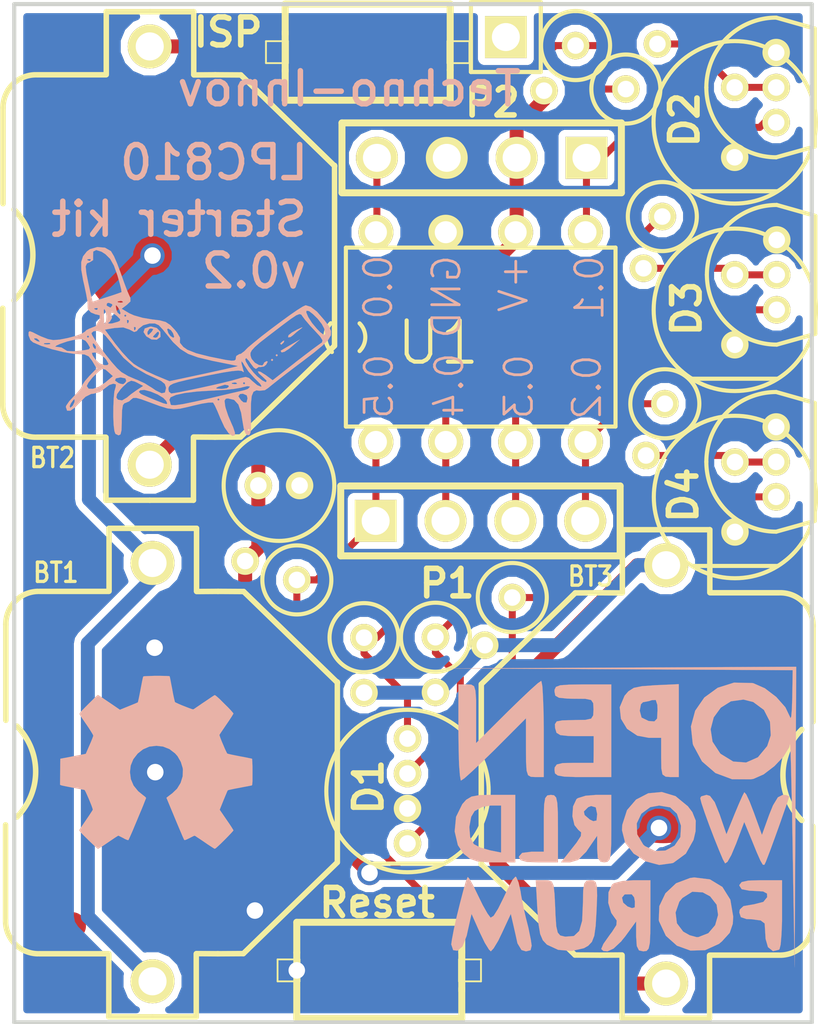
<source format=kicad_pcb>
(kicad_pcb (version 3) (host pcbnew "(2013-jul-07)-stable")

  (general
    (links 50)
    (no_connects 0)
    (area 199.924999 124.924999 229.075001 162.075001)
    (thickness 1.6)
    (drawings 16)
    (tracks 143)
    (zones 0)
    (modules 31)
    (nets 17)
  )

  (page A3)
  (layers
    (15 F.Cu signal)
    (0 B.Cu signal)
    (20 B.SilkS user)
    (21 F.SilkS user)
    (22 B.Mask user)
    (23 F.Mask user)
    (28 Edge.Cuts user)
  )

  (setup
    (last_trace_width 0.254)
    (trace_clearance 0.254)
    (zone_clearance 0.254)
    (zone_45_only no)
    (trace_min 0.254)
    (segment_width 0.2)
    (edge_width 0.15)
    (via_size 0.889)
    (via_drill 0.6)
    (via_min_size 0.889)
    (via_min_drill 0.508)
    (uvia_size 0.508)
    (uvia_drill 0.127)
    (uvias_allowed no)
    (uvia_min_size 0.508)
    (uvia_min_drill 0.127)
    (pcb_text_width 0.3)
    (pcb_text_size 1.5 1.5)
    (mod_edge_width 0.2)
    (mod_text_size 1.5 1.5)
    (mod_text_width 0.15)
    (pad_size 5.00126 5.00126)
    (pad_drill 0)
    (pad_to_mask_clearance 0.2)
    (aux_axis_origin 0 0)
    (visible_elements FFFFFF39)
    (pcbplotparams
      (layerselection 284196865)
      (usegerberextensions true)
      (excludeedgelayer true)
      (linewidth 0.150000)
      (plotframeref false)
      (viasonmask false)
      (mode 1)
      (useauxorigin false)
      (hpglpennumber 1)
      (hpglpenspeed 20)
      (hpglpendiameter 15)
      (hpglpenoverlay 2)
      (psnegative false)
      (psa4output false)
      (plotreference true)
      (plotvalue true)
      (plotothertext true)
      (plotinvisibletext false)
      (padsonsilk false)
      (subtractmaskfromsilk false)
      (outputformat 1)
      (mirror false)
      (drillshape 0)
      (scaleselection 1)
      (outputdirectory Gerber_Starter_Kit/))
  )

  (net 0 "")
  (net 1 +1.5V)
  (net 2 +3.3V)
  (net 3 +4.5V)
  (net 4 /GPIO0_1)
  (net 5 /GPIO0_2)
  (net 6 /GPIO0_3)
  (net 7 /GPIO0_5)
  (net 8 DGND)
  (net 9 N-0000010)
  (net 10 N-0000011)
  (net 11 N-0000013)
  (net 12 N-0000014)
  (net 13 N-0000015)
  (net 14 N-000002)
  (net 15 "UART RX")
  (net 16 UART_TX)

  (net_class Default "This is the default net class."
    (clearance 0.254)
    (trace_width 0.254)
    (via_dia 0.889)
    (via_drill 0.6)
    (uvia_dia 0.508)
    (uvia_drill 0.127)
    (add_net "")
    (add_net /GPIO0_1)
    (add_net /GPIO0_2)
    (add_net /GPIO0_3)
    (add_net /GPIO0_5)
    (add_net N-0000010)
    (add_net N-0000011)
    (add_net N-0000013)
    (add_net N-0000014)
    (add_net N-0000015)
    (add_net N-000002)
    (add_net "UART RX")
    (add_net UART_TX)
  )

  (net_class Power ""
    (clearance 0.25)
    (trace_width 0.508)
    (via_dia 0.889)
    (via_drill 0.6)
    (uvia_dia 0.508)
    (uvia_drill 0.127)
    (add_net +1.5V)
    (add_net +3.3V)
    (add_net +4.5V)
    (add_net DGND)
  )

  (module TH4_e1.27mm_d0.5mm_LED (layer F.Cu) (tedit 523C0A24) (tstamp 523C09F0)
    (at 214.2998 154.2288 270)
    (path /52363CB7)
    (clearance 0.2)
    (fp_text reference D1 (at -0.7874 1.41732 270) (layer F.SilkS)
      (effects (font (size 1 1) (thickness 0.2032)))
    )
    (fp_text value LED_RGB_4PINS (at -0.72136 1.4732 270) (layer F.SilkS) hide
      (effects (font (size 1.016 1.016) (thickness 0.2032)))
    )
    (fp_line (start 2.00152 1.34112) (end 2.00152 -1.33604) (layer F.SilkS) (width 0.15))
    (fp_circle (center -0.635 0) (end -0.61976 2.95148) (layer F.SilkS) (width 0.15))
    (pad 2 thru_hole circle (at 0 0 270) (size 1 1) (drill 0.6)
      (layers *.Cu *.Mask F.SilkS)
      (net 8 DGND)
    )
    (pad 3 thru_hole circle (at -1.27 0 270) (size 1 1) (drill 0.6)
      (layers *.Cu *.Mask F.SilkS)
      (net 11 N-0000013)
    )
    (pad 4 thru_hole circle (at -2.54 0 270) (size 1 1) (drill 0.6)
      (layers *.Cu *.Mask F.SilkS)
      (net 13 N-0000015)
    )
    (pad 1 thru_hole circle (at 1.27 0 270) (size 1 1) (drill 0.6)
      (layers *.Cu *.Mask F.SilkS)
      (net 12 N-0000014)
    )
  )

  (module TH2_e2mm_d0.5mm_R (layer F.Cu) (tedit 52385659) (tstamp 523849BD)
    (at 222.23984 128.08712 55)
    (path /50FE6E1F)
    (fp_text reference R3 (at 0 3.10896 55) (layer F.SilkS) hide
      (effects (font (size 1.5 1.5) (thickness 0.15)))
    )
    (fp_text value 270 (at 0 -2.89052 55) (layer F.SilkS) hide
      (effects (font (size 1.5 1.5) (thickness 0.15)))
    )
    (fp_circle (center 0 0) (end 0 1.25476) (layer F.SilkS) (width 0.15))
    (pad 1 thru_hole circle (at 0 0 55) (size 1 1) (drill 0.6)
      (layers *.Cu *.Mask F.SilkS)
      (net 16 UART_TX)
    )
    (pad 2 thru_hole circle (at 2 0 55) (size 1 1) (drill 0.6)
      (layers *.Cu *.Mask F.SilkS)
      (net 14 N-000002)
    )
  )

  (module TH2_e2mm_d0.5mm_R (layer F.Cu) (tedit 5238511F) (tstamp 523849C4)
    (at 210.27644 145.923 160)
    (path /50FE6DD5)
    (fp_text reference R1 (at 0 3.10896 160) (layer F.SilkS) hide
      (effects (font (size 1.5 1.5) (thickness 0.15)))
    )
    (fp_text value 100k (at 0 -2.89052 160) (layer F.SilkS) hide
      (effects (font (size 1.5 1.5) (thickness 0.15)))
    )
    (fp_circle (center 0 0) (end 0 1.25476) (layer F.SilkS) (width 0.15))
    (pad 1 thru_hole circle (at 0 0 160) (size 1 1) (drill 0.6)
      (layers *.Cu *.Mask F.SilkS)
      (net 7 /GPIO0_5)
    )
    (pad 2 thru_hole circle (at 2 0 160) (size 1 1) (drill 0.6)
      (layers *.Cu *.Mask F.SilkS)
      (net 2 +3.3V)
    )
  )

  (module TH2_e2mm_d0.5mm_R (layer F.Cu) (tedit 52385200) (tstamp 523849CB)
    (at 212.71992 148.02104 270)
    (path /523B4F9B)
    (fp_text reference R8 (at 0 3.10896 270) (layer F.SilkS) hide
      (effects (font (size 1.5 1.5) (thickness 0.15)))
    )
    (fp_text value 270 (at 0 -2.89052 270) (layer F.SilkS) hide
      (effects (font (size 1.5 1.5) (thickness 0.15)))
    )
    (fp_circle (center 0 0) (end 0 1.25476) (layer F.SilkS) (width 0.15))
    (pad 1 thru_hole circle (at 0 0 270) (size 1 1) (drill 0.6)
      (layers *.Cu *.Mask F.SilkS)
      (net 13 N-0000015)
    )
    (pad 2 thru_hole circle (at 2 0 270) (size 1 1) (drill 0.6)
      (layers *.Cu *.Mask F.SilkS)
      (net 3 +4.5V)
    )
  )

  (module TH2_e2mm_d0.5mm_R (layer F.Cu) (tedit 52385203) (tstamp 523849D2)
    (at 215.3158 148.0058 270)
    (path /523B51A3)
    (fp_text reference R7 (at 0 3.10896 270) (layer F.SilkS) hide
      (effects (font (size 1.5 1.5) (thickness 0.15)))
    )
    (fp_text value 270 (at 0 -2.89052 270) (layer F.SilkS) hide
      (effects (font (size 1.5 1.5) (thickness 0.15)))
    )
    (fp_circle (center 0 0) (end 0 1.25476) (layer F.SilkS) (width 0.15))
    (pad 1 thru_hole circle (at 0 0 270) (size 1 1) (drill 0.6)
      (layers *.Cu *.Mask F.SilkS)
      (net 11 N-0000013)
    )
    (pad 2 thru_hole circle (at 2 0 270) (size 1 1) (drill 0.6)
      (layers *.Cu *.Mask F.SilkS)
      (net 3 +4.5V)
    )
  )

  (module TH2_e2mm_d0.5mm_R (layer F.Cu) (tedit 52385206) (tstamp 523849D9)
    (at 218.1098 146.56308 240)
    (path /523B51A9)
    (fp_text reference R5 (at 0 3.10896 240) (layer F.SilkS) hide
      (effects (font (size 1.5 1.5) (thickness 0.15)))
    )
    (fp_text value 270 (at 0 -2.89052 240) (layer F.SilkS) hide
      (effects (font (size 1.5 1.5) (thickness 0.15)))
    )
    (fp_circle (center 0 0) (end 0 1.25476) (layer F.SilkS) (width 0.15))
    (pad 1 thru_hole circle (at 0 0 240) (size 1 1) (drill 0.6)
      (layers *.Cu *.Mask F.SilkS)
      (net 12 N-0000014)
    )
    (pad 2 thru_hole circle (at 2 0 240) (size 1 1) (drill 0.6)
      (layers *.Cu *.Mask F.SilkS)
      (net 3 +4.5V)
    )
  )

  (module TH2_e2mm_d0.5mm_R (layer F.Cu) (tedit 523850D7) (tstamp 52388D9F)
    (at 220.41104 126.50724 235)
    (path /52363CFE)
    (fp_text reference R2 (at 0 3.10896 235) (layer F.SilkS) hide
      (effects (font (size 1.5 1.5) (thickness 0.15)))
    )
    (fp_text value 100k (at 0 -2.89052 235) (layer F.SilkS) hide
      (effects (font (size 1.5 1.5) (thickness 0.15)))
    )
    (fp_circle (center 0 0) (end 0 1.25476) (layer F.SilkS) (width 0.15))
    (pad 1 thru_hole circle (at 0 0 235) (size 1 1) (drill 0.6)
      (layers *.Cu *.Mask F.SilkS)
      (net 4 /GPIO0_1)
    )
    (pad 2 thru_hole circle (at 2 0 235) (size 1 1) (drill 0.6)
      (layers *.Cu *.Mask F.SilkS)
      (net 2 +3.3V)
    )
  )

  (module TH2_e2mm_d0.5mm_R (layer F.Cu) (tedit 5238515C) (tstamp 523849E7)
    (at 223.56572 132.72008 250)
    (path /52363F28)
    (fp_text reference R4 (at 0 3.10896 250) (layer F.SilkS) hide
      (effects (font (size 1.5 1.5) (thickness 0.15)))
    )
    (fp_text value 270 (at 0 -2.89052 250) (layer F.SilkS) hide
      (effects (font (size 1.5 1.5) (thickness 0.15)))
    )
    (fp_circle (center 0 0) (end 0 1.25476) (layer F.SilkS) (width 0.15))
    (pad 1 thru_hole circle (at 0 0 250) (size 1 1) (drill 0.6)
      (layers *.Cu *.Mask F.SilkS)
      (net 6 /GPIO0_3)
    )
    (pad 2 thru_hole circle (at 2 0 250) (size 1 1) (drill 0.6)
      (layers *.Cu *.Mask F.SilkS)
      (net 9 N-0000010)
    )
  )

  (module TH2_e2mm_d0.5mm_R (layer F.Cu) (tedit 5238515F) (tstamp 523849EE)
    (at 223.65716 139.5222 250)
    (path /52363F3C)
    (fp_text reference R6 (at 0 3.10896 250) (layer F.SilkS) hide
      (effects (font (size 1.5 1.5) (thickness 0.15)))
    )
    (fp_text value 270 (at 0 -2.89052 250) (layer F.SilkS) hide
      (effects (font (size 1.5 1.5) (thickness 0.15)))
    )
    (fp_circle (center 0 0) (end 0 1.25476) (layer F.SilkS) (width 0.15))
    (pad 1 thru_hole circle (at 0 0 250) (size 1 1) (drill 0.6)
      (layers *.Cu *.Mask F.SilkS)
      (net 5 /GPIO0_2)
    )
    (pad 2 thru_hole circle (at 2 0 250) (size 1 1) (drill 0.6)
      (layers *.Cu *.Mask F.SilkS)
      (net 10 N-0000011)
    )
  )

  (module TH2_e1.5mm_d0.5mm_D4mm (layer F.Cu) (tedit 523851A2) (tstamp 52384A0D)
    (at 209.6262 142.494)
    (path /504E2DE5)
    (fp_text reference C1 (at 0 4.0386) (layer F.SilkS) hide
      (effects (font (size 1.5 1.5) (thickness 0.15)))
    )
    (fp_text value 10uF (at 0 -4.08432) (layer F.SilkS) hide
      (effects (font (size 1.5 1.5) (thickness 0.15)))
    )
    (fp_circle (center 0 0) (end 2.01168 -0.01016) (layer F.SilkS) (width 0.15))
    (pad 1 thru_hole circle (at -0.75 0) (size 1 1) (drill 0.6)
      (layers *.Cu *.Mask F.SilkS)
      (net 2 +3.3V)
    )
    (pad 2 thru_hole circle (at 0.75 0) (size 1 1) (drill 0.6)
      (layers *.Cu *.Mask F.SilkS)
      (net 8 DGND)
    )
  )

  (module SWITCH_CMS (layer F.Cu) (tedit 5238E19A) (tstamp 52388D97)
    (at 212.852 126.746 180)
    (descr "SURFACE MOUNT MOMENTARY PUSHBUTTON SWITCHES SPST NORMALLY OPEN")
    (tags "SURFACE MOUNT MOMENTARY PUSHBUTTON SWITCHES SPST NORMALLY OPEN")
    (path /50FE6BF9)
    (attr smd)
    (fp_text reference SW2 (at 0 -2.4384 180) (layer F.SilkS) hide
      (effects (font (size 0.70104 0.59944) (thickness 0.10922)))
    )
    (fp_text value ISP (at 5.07492 0.72136 180) (layer F.SilkS)
      (effects (font (size 1.016 1.016) (thickness 0.2032)))
    )
    (fp_line (start -3.69824 0.39878) (end -2.89814 0.39878) (layer F.SilkS) (width 0.06604))
    (fp_line (start -2.89814 0.39878) (end -2.89814 -0.39878) (layer F.SilkS) (width 0.06604))
    (fp_line (start -3.69824 -0.39878) (end -2.89814 -0.39878) (layer F.SilkS) (width 0.06604))
    (fp_line (start -3.69824 0.39878) (end -3.69824 -0.39878) (layer F.SilkS) (width 0.06604))
    (fp_line (start 2.89814 0.39878) (end 3.69824 0.39878) (layer F.SilkS) (width 0.06604))
    (fp_line (start 3.69824 0.39878) (end 3.69824 -0.39878) (layer F.SilkS) (width 0.06604))
    (fp_line (start 2.89814 -0.39878) (end 3.69824 -0.39878) (layer F.SilkS) (width 0.06604))
    (fp_line (start 2.89814 0.39878) (end 2.89814 -0.39878) (layer F.SilkS) (width 0.06604))
    (fp_line (start -2.99974 -1.74752) (end 2.99974 -1.74752) (layer F.SilkS) (width 0.254))
    (fp_line (start 2.99974 1.74752) (end -2.99974 1.74752) (layer F.SilkS) (width 0.254))
    (fp_line (start -2.99974 -1.74752) (end -2.99974 -0.6477) (layer F.SilkS) (width 0.254))
    (fp_line (start 2.99974 -1.74752) (end 2.99974 -0.6477) (layer F.SilkS) (width 0.254))
    (fp_line (start 2.99974 1.74752) (end 2.99974 0.6477) (layer F.SilkS) (width 0.254))
    (fp_line (start -2.99974 1.74752) (end -2.99974 0.6477) (layer F.SilkS) (width 0.254))
    (fp_line (start -2.99974 -0.6477) (end -2.99974 0.59944) (layer F.SilkS) (width 0.254))
    (fp_line (start 2.99974 -0.6985) (end 2.99974 0.7493) (layer F.SilkS) (width 0.254))
    (pad 1 smd rect (at -2.99974 0 180) (size 1.99898 1.6002)
      (layers F.Cu F.Mask)
      (net 4 /GPIO0_1)
    )
    (pad 2 smd rect (at 2.99974 0 180) (size 1.99898 1.6002)
      (layers F.Cu F.Mask)
      (net 8 DGND)
    )
  )

  (module SWITCH_CMS (layer F.Cu) (tedit 5238E17E) (tstamp 52388DB6)
    (at 213.27364 160.11144)
    (descr "SURFACE MOUNT MOMENTARY PUSHBUTTON SWITCHES SPST NORMALLY OPEN")
    (tags "SURFACE MOUNT MOMENTARY PUSHBUTTON SWITCHES SPST NORMALLY OPEN")
    (path /50FE6C04)
    (attr smd)
    (fp_text reference SW1 (at 0 -2.4384) (layer F.SilkS) hide
      (effects (font (size 0.70104 0.59944) (thickness 0.10922)))
    )
    (fp_text value Reset (at -0.08128 -2.45872) (layer F.SilkS)
      (effects (font (size 1.016 1.016) (thickness 0.2032)))
    )
    (fp_line (start -3.69824 0.39878) (end -2.89814 0.39878) (layer F.SilkS) (width 0.06604))
    (fp_line (start -2.89814 0.39878) (end -2.89814 -0.39878) (layer F.SilkS) (width 0.06604))
    (fp_line (start -3.69824 -0.39878) (end -2.89814 -0.39878) (layer F.SilkS) (width 0.06604))
    (fp_line (start -3.69824 0.39878) (end -3.69824 -0.39878) (layer F.SilkS) (width 0.06604))
    (fp_line (start 2.89814 0.39878) (end 3.69824 0.39878) (layer F.SilkS) (width 0.06604))
    (fp_line (start 3.69824 0.39878) (end 3.69824 -0.39878) (layer F.SilkS) (width 0.06604))
    (fp_line (start 2.89814 -0.39878) (end 3.69824 -0.39878) (layer F.SilkS) (width 0.06604))
    (fp_line (start 2.89814 0.39878) (end 2.89814 -0.39878) (layer F.SilkS) (width 0.06604))
    (fp_line (start -2.99974 -1.74752) (end 2.99974 -1.74752) (layer F.SilkS) (width 0.254))
    (fp_line (start 2.99974 1.74752) (end -2.99974 1.74752) (layer F.SilkS) (width 0.254))
    (fp_line (start -2.99974 -1.74752) (end -2.99974 -0.6477) (layer F.SilkS) (width 0.254))
    (fp_line (start 2.99974 -1.74752) (end 2.99974 -0.6477) (layer F.SilkS) (width 0.254))
    (fp_line (start 2.99974 1.74752) (end 2.99974 0.6477) (layer F.SilkS) (width 0.254))
    (fp_line (start -2.99974 1.74752) (end -2.99974 0.6477) (layer F.SilkS) (width 0.254))
    (fp_line (start -2.99974 -0.6477) (end -2.99974 0.59944) (layer F.SilkS) (width 0.254))
    (fp_line (start 2.99974 -0.6985) (end 2.99974 0.7493) (layer F.SilkS) (width 0.254))
    (pad 1 smd rect (at -2.99974 0) (size 1.99898 1.6002)
      (layers F.Cu F.Mask)
      (net 8 DGND)
    )
    (pad 2 smd rect (at 2.99974 0) (size 1.99898 1.6002)
      (layers F.Cu F.Mask)
      (net 7 /GPIO0_5)
    )
  )

  (module PIN_ARRAY_4x1 (layer F.Cu) (tedit 5238AA4E) (tstamp 52384A7E)
    (at 216.95156 143.77924)
    (descr "Double rangee de contacts 2 x 5 pins")
    (tags CONN)
    (path /52364485)
    (clearance 0.24)
    (fp_text reference P1 (at -1.21412 2.27076) (layer F.SilkS)
      (effects (font (size 1 1) (thickness 0.2032)))
    )
    (fp_text value CONN_4 (at 0 2.54) (layer F.SilkS) hide
      (effects (font (size 1.016 1.016) (thickness 0.2032)))
    )
    (fp_line (start 5.08 1.27) (end -5.08 1.27) (layer F.SilkS) (width 0.254))
    (fp_line (start 5.08 -1.27) (end -5.08 -1.27) (layer F.SilkS) (width 0.254))
    (fp_line (start -5.08 -1.27) (end -5.08 1.27) (layer F.SilkS) (width 0.254))
    (fp_line (start 5.08 1.27) (end 5.08 -1.27) (layer F.SilkS) (width 0.254))
    (pad 1 thru_hole rect (at -3.81 0) (size 1.524 1.524) (drill 1.016)
      (layers *.Cu *.Mask F.SilkS)
      (net 7 /GPIO0_5)
    )
    (pad 2 thru_hole circle (at -1.27 0) (size 1.524 1.524) (drill 1.016)
      (layers *.Cu *.Mask F.SilkS)
      (net 16 UART_TX)
    )
    (pad 3 thru_hole circle (at 1.27 0) (size 1.524 1.524) (drill 1.016)
      (layers *.Cu *.Mask F.SilkS)
      (net 6 /GPIO0_3)
    )
    (pad 4 thru_hole circle (at 3.81 0) (size 1.524 1.524) (drill 1.016)
      (layers *.Cu *.Mask F.SilkS)
      (net 5 /GPIO0_2)
    )
    (model pin_array\pins_array_4x1.wrl
      (at (xyz 0 0 0))
      (scale (xyz 1 1 1))
      (rotate (xyz 0 0 0))
    )
  )

  (module PIN_ARRAY_4x1 (layer F.Cu) (tedit 5238AA78) (tstamp 52384A8A)
    (at 216.99728 130.58648 180)
    (descr "Double rangee de contacts 2 x 5 pins")
    (tags CONN)
    (path /52364492)
    (fp_text reference P2 (at -0.39116 2.01168 180) (layer F.SilkS)
      (effects (font (size 1 1) (thickness 0.2032)))
    )
    (fp_text value CONN_4 (at 0 2.54 180) (layer F.SilkS) hide
      (effects (font (size 1.016 1.016) (thickness 0.2032)))
    )
    (fp_line (start 5.08 1.27) (end -5.08 1.27) (layer F.SilkS) (width 0.254))
    (fp_line (start 5.08 -1.27) (end -5.08 -1.27) (layer F.SilkS) (width 0.254))
    (fp_line (start -5.08 -1.27) (end -5.08 1.27) (layer F.SilkS) (width 0.254))
    (fp_line (start 5.08 1.27) (end 5.08 -1.27) (layer F.SilkS) (width 0.254))
    (pad 1 thru_hole rect (at -3.81 0 180) (size 1.524 1.524) (drill 1.016)
      (layers *.Cu *.Mask F.SilkS)
      (net 4 /GPIO0_1)
    )
    (pad 2 thru_hole circle (at -1.27 0 180) (size 1.524 1.524) (drill 1.016)
      (layers *.Cu *.Mask F.SilkS)
      (net 2 +3.3V)
    )
    (pad 3 thru_hole circle (at 1.27 0 180) (size 1.524 1.524) (drill 1.016)
      (layers *.Cu *.Mask F.SilkS)
      (net 8 DGND)
    )
    (pad 4 thru_hole circle (at 3.81 0 180) (size 1.524 1.524) (drill 1.016)
      (layers *.Cu *.Mask F.SilkS)
      (net 15 "UART RX")
    )
    (model pin_array\pins_array_4x1.wrl
      (at (xyz 0 0 0))
      (scale (xyz 1 1 1))
      (rotate (xyz 0 0 0))
    )
  )

  (module Mire_Ronde_1mm (layer F.Cu) (tedit 51005D6C) (tstamp 52388D42)
    (at 201.9808 128.4732)
    (path /5072137F)
    (fp_text reference M1 (at 0 -1.75006) (layer F.SilkS) hide
      (effects (font (size 1.00076 1.00076) (thickness 0.20066)))
    )
    (fp_text value MIRE_RONDE (at 0 1.84912) (layer F.SilkS) hide
      (effects (font (size 1.00076 1.00076) (thickness 0.20066)))
    )
    (pad 0 connect circle (at 0 0) (size 1.00076 1.00076)
      (layers F.Cu F.Mask)
    )
  )

  (module Mire_Ronde_1mm (layer F.Cu) (tedit 51005D6C) (tstamp 52384A94)
    (at 226.6188 158.623)
    (path /50721384)
    (fp_text reference M2 (at 0 -1.75006) (layer F.SilkS) hide
      (effects (font (size 1.00076 1.00076) (thickness 0.20066)))
    )
    (fp_text value MIRE_RONDE (at 0 1.84912) (layer F.SilkS) hide
      (effects (font (size 1.00076 1.00076) (thickness 0.20066)))
    )
    (pad 0 connect circle (at 0 0) (size 1.00076 1.00076)
      (layers F.Cu F.Mask)
    )
  )

  (module Mire_Ronde_1mm (layer F.Cu) (tedit 51005D6C) (tstamp 52384A99)
    (at 202.1078 158.496)
    (path /50721396)
    (fp_text reference M3 (at 0 -1.75006) (layer F.SilkS) hide
      (effects (font (size 1.00076 1.00076) (thickness 0.20066)))
    )
    (fp_text value MIRE_RONDE (at 0 1.84912) (layer F.SilkS) hide
      (effects (font (size 1.00076 1.00076) (thickness 0.20066)))
    )
    (pad 0 connect circle (at 0 0) (size 1.00076 1.00076)
      (layers F.Cu F.Mask)
    )
  )

  (module TH2_e2.54mm_d0.5mm_D5.9mm_LED (layer F.Cu) (tedit 5238AA6E) (tstamp 52384A06)
    (at 226.19716 129.29616 90)
    (path /5236F6D0)
    (fp_text reference D2 (at 0.09652 -1.82372 90) (layer F.SilkS)
      (effects (font (size 1 1) (thickness 0.2032)))
    )
    (fp_text value LED (at 0.01524 -4.00304 90) (layer F.SilkS) hide
      (effects (font (size 1.5 1.5) (thickness 0.15)))
    )
    (fp_line (start -2.50444 1.5494) (end -2.50444 -1.52908) (layer F.SilkS) (width 0.15))
    (fp_circle (center 0 0) (end -2.95148 0.01524) (layer F.SilkS) (width 0.15))
    (pad 2 thru_hole circle (at -1.27 0 90) (size 1 1) (drill 0.6)
      (layers *.Cu *.Mask F.SilkS)
      (net 8 DGND)
    )
    (pad 1 thru_hole circle (at 1.27 0 90) (size 1 1) (drill 0.6)
      (layers *.Cu *.Mask F.SilkS)
      (net 14 N-000002)
    )
  )

  (module TH2_e2.54mm_d0.5mm_D5.9mm_LED (layer F.Cu) (tedit 5238AA69) (tstamp 523849FE)
    (at 226.20224 136.10844 90)
    (path /5236F6E5)
    (fp_text reference D3 (at 0.0508 -1.7526 90) (layer F.SilkS)
      (effects (font (size 1 1) (thickness 0.2032)))
    )
    (fp_text value LED (at 0.01524 -4.00304 90) (layer F.SilkS) hide
      (effects (font (size 1.5 1.5) (thickness 0.15)))
    )
    (fp_line (start -2.50444 1.5494) (end -2.50444 -1.52908) (layer F.SilkS) (width 0.15))
    (fp_circle (center 0 0) (end -2.95148 0.01524) (layer F.SilkS) (width 0.15))
    (pad 2 thru_hole circle (at -1.27 0 90) (size 1 1) (drill 0.6)
      (layers *.Cu *.Mask F.SilkS)
      (net 8 DGND)
    )
    (pad 1 thru_hole circle (at 1.27 0 90) (size 1 1) (drill 0.6)
      (layers *.Cu *.Mask F.SilkS)
      (net 9 N-0000010)
    )
  )

  (module TH2_e2.54mm_d0.5mm_D5.9mm_LED (layer F.Cu) (tedit 5238AA59) (tstamp 52385E98)
    (at 226.20732 142.91056 90)
    (path /5236F6EB)
    (fp_text reference D4 (at 0.07112 -1.87452 90) (layer F.SilkS)
      (effects (font (size 1 1) (thickness 0.2032)))
    )
    (fp_text value LED (at 0.01524 -4.00304 90) (layer F.SilkS) hide
      (effects (font (size 1.5 1.5) (thickness 0.15)))
    )
    (fp_line (start -2.50444 1.5494) (end -2.50444 -1.52908) (layer F.SilkS) (width 0.15))
    (fp_circle (center 0 0) (end -2.95148 0.01524) (layer F.SilkS) (width 0.15))
    (pad 2 thru_hole circle (at -1.27 0 90) (size 1 1) (drill 0.6)
      (layers *.Cu *.Mask F.SilkS)
      (net 8 DGND)
    )
    (pad 1 thru_hole circle (at 1.27 0 90) (size 1 1) (drill 0.6)
      (layers *.Cu *.Mask F.SilkS)
      (net 10 N-0000011)
    )
  )

  (module TH3_e1.27mm_d0.5_TO92 (layer F.Cu) (tedit 523877B8) (tstamp 523849B6)
    (at 227.70592 128.03124 270)
    (tags TO92)
    (path /523B4C7D)
    (clearance 0.2)
    (fp_text reference Q1 (at 0 4.74472 270) (layer F.SilkS) hide
      (effects (font (size 1.5 1.5) (thickness 0.15)))
    )
    (fp_text value NPN (at -0.0254 -4.55168 270) (layer F.SilkS) hide
      (effects (font (size 1.5 1.5) (thickness 0.15)))
    )
    (fp_line (start -2.54 0) (end -2.14376 -1.40208) (layer F.SilkS) (width 0.15))
    (fp_line (start -2.14376 -1.40208) (end 2.14376 -1.40208) (layer F.SilkS) (width 0.15))
    (fp_line (start 2.14376 -1.40208) (end 2.53492 0) (layer F.SilkS) (width 0.15))
    (fp_arc (start -0.00508 0) (end -0.00508 2.54) (angle -90) (layer F.SilkS) (width 0.15))
    (fp_arc (start 0 0) (end 0 2.54) (angle 90) (layer F.SilkS) (width 0.15))
    (pad 2 thru_hole circle (at 0 0 270) (size 1 1) (drill 0.6)
      (layers *.Cu *.Mask F.SilkS)
      (net 14 N-000002)
    )
    (pad 3 thru_hole circle (at 1.27 0 270) (size 1 1) (drill 0.6)
      (layers *.Cu *.Mask F.SilkS)
      (net 13 N-0000015)
    )
    (pad 1 thru_hole circle (at -1.27 0 270) (size 1 1) (drill 0.6)
      (layers *.Cu *.Mask F.SilkS)
      (net 8 DGND)
    )
  )

  (module TH3_e1.27mm_d0.5_TO92 (layer F.Cu) (tedit 523877F5) (tstamp 523849AA)
    (at 227.72624 134.83844 270)
    (tags TO92)
    (path /523B50E8)
    (clearance 0.2)
    (fp_text reference Q2 (at 0 4.74472 270) (layer F.SilkS) hide
      (effects (font (size 1.5 1.5) (thickness 0.15)))
    )
    (fp_text value NPN (at -0.0254 -4.55168 270) (layer F.SilkS) hide
      (effects (font (size 1.5 1.5) (thickness 0.15)))
    )
    (fp_line (start -2.54 0) (end -2.14376 -1.40208) (layer F.SilkS) (width 0.15))
    (fp_line (start -2.14376 -1.40208) (end 2.14376 -1.40208) (layer F.SilkS) (width 0.15))
    (fp_line (start 2.14376 -1.40208) (end 2.53492 0) (layer F.SilkS) (width 0.15))
    (fp_arc (start -0.00508 0) (end -0.00508 2.54) (angle -90) (layer F.SilkS) (width 0.15))
    (fp_arc (start 0 0) (end 0 2.54) (angle 90) (layer F.SilkS) (width 0.15))
    (pad 2 thru_hole circle (at 0 0 270) (size 1 1) (drill 0.6)
      (layers *.Cu *.Mask F.SilkS)
      (net 9 N-0000010)
    )
    (pad 3 thru_hole circle (at 1.27 0 270) (size 1 1) (drill 0.6)
      (layers *.Cu *.Mask F.SilkS)
      (net 11 N-0000013)
    )
    (pad 1 thru_hole circle (at -1.27 0 270) (size 1 1) (drill 0.6)
      (layers *.Cu *.Mask F.SilkS)
      (net 8 DGND)
    )
  )

  (module TH3_e1.27mm_d0.5_TO92 (layer F.Cu) (tedit 52387805) (tstamp 52385EA5)
    (at 227.70592 141.63548 270)
    (tags TO92)
    (path /523B50EE)
    (clearance 0.2)
    (fp_text reference Q3 (at 0 4.74472 270) (layer F.SilkS) hide
      (effects (font (size 1.5 1.5) (thickness 0.15)))
    )
    (fp_text value NPN (at -0.0254 -4.55168 270) (layer F.SilkS) hide
      (effects (font (size 1.5 1.5) (thickness 0.15)))
    )
    (fp_line (start -2.54 0) (end -2.14376 -1.40208) (layer F.SilkS) (width 0.15))
    (fp_line (start -2.14376 -1.40208) (end 2.14376 -1.40208) (layer F.SilkS) (width 0.15))
    (fp_line (start 2.14376 -1.40208) (end 2.53492 0) (layer F.SilkS) (width 0.15))
    (fp_arc (start -0.00508 0) (end -0.00508 2.54) (angle -90) (layer F.SilkS) (width 0.15))
    (fp_arc (start 0 0) (end 0 2.54) (angle 90) (layer F.SilkS) (width 0.15))
    (pad 2 thru_hole circle (at 0 0 270) (size 1 1) (drill 0.6)
      (layers *.Cu *.Mask F.SilkS)
      (net 10 N-0000011)
    )
    (pad 3 thru_hole circle (at 1.27 0 270) (size 1 1) (drill 0.6)
      (layers *.Cu *.Mask F.SilkS)
      (net 12 N-0000014)
    )
    (pad 1 thru_hole circle (at -1.27 0 270) (size 1 1) (drill 0.6)
      (layers *.Cu *.Mask F.SilkS)
      (net 8 DGND)
    )
  )

  (module DIP8 (layer F.Cu) (tedit 52387D83) (tstamp 52384D4D)
    (at 216.96172 137.09904)
    (path /52363CA8)
    (fp_text reference U1 (at -1.5494 0.20828) (layer F.SilkS)
      (effects (font (size 1.5 1.5) (thickness 0.15)))
    )
    (fp_text value LPC810M021FN8FP (at 0.01524 -6.6802) (layer F.SilkS) hide
      (effects (font (size 1.5 1.5) (thickness 0.15)))
    )
    (fp_arc (start -4.90728 0) (end -5.4102 0.54356) (angle 90) (layer F.SilkS) (width 0.15))
    (fp_arc (start -4.90728 0.00508) (end -4.40436 -0.49784) (angle 90) (layer F.SilkS) (width 0.15))
    (fp_line (start -4.9022 -3.2512) (end 4.9022 -3.2512) (layer F.SilkS) (width 0.15))
    (fp_line (start 4.9022 -3.2512) (end 4.9022 3.2512) (layer F.SilkS) (width 0.15))
    (fp_line (start 4.9022 3.2512) (end -4.9022 3.2512) (layer F.SilkS) (width 0.15))
    (fp_line (start -4.9022 3.2512) (end -4.9022 -3.2512) (layer F.SilkS) (width 0.15))
    (pad 1 thru_hole circle (at -3.81 3.81) (size 1.27 1.27) (drill 0.8)
      (layers *.Cu *.Mask F.SilkS)
      (net 7 /GPIO0_5)
    )
    (pad 2 thru_hole circle (at -1.27 3.81) (size 1.27 1.27) (drill 0.8)
      (layers *.Cu *.Mask F.SilkS)
      (net 16 UART_TX)
    )
    (pad 3 thru_hole circle (at 1.27 3.81) (size 1.27 1.27) (drill 0.8)
      (layers *.Cu *.Mask F.SilkS)
      (net 6 /GPIO0_3)
    )
    (pad 4 thru_hole circle (at 3.81 3.81) (size 1.27 1.27) (drill 0.8)
      (layers *.Cu *.Mask F.SilkS)
      (net 5 /GPIO0_2)
    )
    (pad 5 thru_hole circle (at 3.81 -3.81) (size 1.27 1.27) (drill 0.8)
      (layers *.Cu *.Mask F.SilkS)
      (net 4 /GPIO0_1)
    )
    (pad 6 thru_hole circle (at 1.27 -3.81) (size 1.27 1.27) (drill 0.8)
      (layers *.Cu *.Mask F.SilkS)
      (net 2 +3.3V)
    )
    (pad 7 thru_hole circle (at -1.27 -3.81) (size 1.27 1.27) (drill 0.8)
      (layers *.Cu *.Mask F.SilkS)
      (net 8 DGND)
    )
    (pad 8 thru_hole circle (at -3.81 -3.81) (size 1.27 1.27) (drill 0.8)
      (layers *.Cu *.Mask F.SilkS)
      (net 15 "UART RX")
    )
  )

  (module Support_Pile_Bouton_11.6mm (layer F.Cu) (tedit 523895AB) (tstamp 52385E8F)
    (at 204.9272 134.1374 90)
    (tags "Support Pile Bouton 12mm")
    (path /5236424D)
    (fp_text reference BT2 (at -7.35076 -3.54076 180) (layer F.SilkS)
      (effects (font (size 0.70104 0.59944) (thickness 0.11938)))
    )
    (fp_text value BATTERY (at 0.08636 -5.11556 90) (layer F.SilkS) hide
      (effects (font (size 0.70104 0.59944) (thickness 0.11938)))
    )
    (fp_arc (start 5.37464 -4.1402) (end 6.56844 -4.1656) (angle -90) (layer F.SilkS) (width 0.2))
    (fp_line (start 1.88468 -5.334) (end 5.38988 -5.334) (layer F.SilkS) (width 0.2))
    (fp_line (start 8.85952 -1.57988) (end 8.85952 0.01016) (layer F.SilkS) (width 0.2))
    (fp_line (start 6.57352 -1.57988) (end 8.85952 -1.57988) (layer F.SilkS) (width 0.2))
    (fp_line (start 6.57352 1.6002) (end 8.85952 1.6002) (layer F.SilkS) (width 0.2))
    (fp_line (start 8.85952 1.6002) (end 8.85952 0.01016) (layer F.SilkS) (width 0.2))
    (fp_line (start 6.56844 -1.59512) (end 6.56844 -4.10972) (layer F.SilkS) (width 0.2))
    (fp_line (start 6.56336 3.31216) (end 3.2512 6.72592) (layer F.SilkS) (width 0.2))
    (fp_line (start 6.56844 2.38252) (end 6.56336 3.31216) (layer F.SilkS) (width 0.2))
    (fp_line (start 6.56336 1.60528) (end 6.56844 2.38252) (layer F.SilkS) (width 0.2))
    (fp_line (start -6.59384 1.59512) (end -6.59892 2.37236) (layer F.SilkS) (width 0.2))
    (fp_line (start -6.59892 2.37236) (end -6.59384 3.302) (layer F.SilkS) (width 0.2))
    (fp_line (start -6.59384 3.302) (end -3.28168 6.71576) (layer F.SilkS) (width 0.2))
    (fp_line (start -6.59892 -1.60528) (end -6.59892 -4.11988) (layer F.SilkS) (width 0.2))
    (fp_line (start -8.89 1.59004) (end -8.89 0) (layer F.SilkS) (width 0.2))
    (fp_line (start -6.604 1.59004) (end -8.89 1.59004) (layer F.SilkS) (width 0.2))
    (fp_line (start -6.604 -1.59004) (end -8.89 -1.59004) (layer F.SilkS) (width 0.2))
    (fp_line (start -8.89 -1.59004) (end -8.89 0) (layer F.SilkS) (width 0.2))
    (fp_line (start -1.91516 -5.34416) (end -5.42036 -5.34416) (layer F.SilkS) (width 0.2))
    (fp_arc (start 0.02032 -6.58368) (end 1.67132 -4.93268) (angle 90) (layer F.SilkS) (width 0.2))
    (fp_arc (start -5.40512 -4.15036) (end -6.59892 -4.17576) (angle 90) (layer F.SilkS) (width 0.2))
    (fp_line (start -3.2766 6.72) (end 3.2766 6.72) (layer F.SilkS) (width 0.2))
    (pad 1 thru_hole circle (at 7.59968 0 90) (size 1.6 1.6) (drill 1.02)
      (layers *.Cu *.Mask F.SilkS)
      (net 2 +3.3V)
    )
    (pad 1 thru_hole circle (at -7.59968 0 90) (size 1.6 1.6) (drill 1.02)
      (layers *.Cu *.Mask F.SilkS)
      (net 2 +3.3V)
    )
    (pad 2 smd circle (at 0 0.1 90) (size 5.00126 5.00126)
      (layers F.Cu F.Mask)
      (net 1 +1.5V)
      (clearance 2.99974)
    )
  )

  (module Support_Pile_Bouton_11.6mm (layer F.Cu) (tedit 523895A8) (tstamp 52385E7B)
    (at 205.0288 152.908 90)
    (tags "Support Pile Bouton 12mm")
    (path /5236426A)
    (fp_text reference BT1 (at 7.24916 -3.51536 180) (layer F.SilkS)
      (effects (font (size 0.70104 0.59944) (thickness 0.11938)))
    )
    (fp_text value BATTERY (at 0.08636 -5.11556 90) (layer F.SilkS) hide
      (effects (font (size 0.70104 0.59944) (thickness 0.11938)))
    )
    (fp_arc (start 5.37464 -4.1402) (end 6.56844 -4.1656) (angle -90) (layer F.SilkS) (width 0.2))
    (fp_line (start 1.88468 -5.334) (end 5.38988 -5.334) (layer F.SilkS) (width 0.2))
    (fp_line (start 8.85952 -1.57988) (end 8.85952 0.01016) (layer F.SilkS) (width 0.2))
    (fp_line (start 6.57352 -1.57988) (end 8.85952 -1.57988) (layer F.SilkS) (width 0.2))
    (fp_line (start 6.57352 1.6002) (end 8.85952 1.6002) (layer F.SilkS) (width 0.2))
    (fp_line (start 8.85952 1.6002) (end 8.85952 0.01016) (layer F.SilkS) (width 0.2))
    (fp_line (start 6.56844 -1.59512) (end 6.56844 -4.10972) (layer F.SilkS) (width 0.2))
    (fp_line (start 6.56336 3.31216) (end 3.2512 6.72592) (layer F.SilkS) (width 0.2))
    (fp_line (start 6.56844 2.38252) (end 6.56336 3.31216) (layer F.SilkS) (width 0.2))
    (fp_line (start 6.56336 1.60528) (end 6.56844 2.38252) (layer F.SilkS) (width 0.2))
    (fp_line (start -6.59384 1.59512) (end -6.59892 2.37236) (layer F.SilkS) (width 0.2))
    (fp_line (start -6.59892 2.37236) (end -6.59384 3.302) (layer F.SilkS) (width 0.2))
    (fp_line (start -6.59384 3.302) (end -3.28168 6.71576) (layer F.SilkS) (width 0.2))
    (fp_line (start -6.59892 -1.60528) (end -6.59892 -4.11988) (layer F.SilkS) (width 0.2))
    (fp_line (start -8.89 1.59004) (end -8.89 0) (layer F.SilkS) (width 0.2))
    (fp_line (start -6.604 1.59004) (end -8.89 1.59004) (layer F.SilkS) (width 0.2))
    (fp_line (start -6.604 -1.59004) (end -8.89 -1.59004) (layer F.SilkS) (width 0.2))
    (fp_line (start -8.89 -1.59004) (end -8.89 0) (layer F.SilkS) (width 0.2))
    (fp_line (start -1.91516 -5.34416) (end -5.42036 -5.34416) (layer F.SilkS) (width 0.2))
    (fp_arc (start 0.02032 -6.58368) (end 1.67132 -4.93268) (angle 90) (layer F.SilkS) (width 0.2))
    (fp_arc (start -5.40512 -4.15036) (end -6.59892 -4.17576) (angle 90) (layer F.SilkS) (width 0.2))
    (fp_line (start -3.2766 6.72) (end 3.2766 6.72) (layer F.SilkS) (width 0.2))
    (pad 1 thru_hole circle (at 7.59968 0 90) (size 1.6 1.6) (drill 1.02)
      (layers *.Cu *.Mask F.SilkS)
      (net 1 +1.5V)
    )
    (pad 1 thru_hole circle (at -7.59968 0 90) (size 1.6 1.6) (drill 1.02)
      (layers *.Cu *.Mask F.SilkS)
      (net 1 +1.5V)
    )
    (pad 2 smd circle (at 0 0.1 90) (size 5.00126 5.00126)
      (layers F.Cu F.Mask)
      (net 8 DGND)
      (clearance 2.99974)
    )
  )

  (module Support_Pile_Bouton_11.6mm (layer F.Cu) (tedit 52389706) (tstamp 52385E67)
    (at 223.70288 152.98928 270)
    (tags "Support Pile Bouton 12mm")
    (path /52364264)
    (fp_text reference BT3 (at -7.19328 2.74828 360) (layer F.SilkS)
      (effects (font (size 0.70104 0.59944) (thickness 0.11938)))
    )
    (fp_text value BATTERY (at 0.08636 -5.11556 270) (layer F.SilkS) hide
      (effects (font (size 0.70104 0.59944) (thickness 0.11938)))
    )
    (fp_arc (start 5.37464 -4.1402) (end 6.56844 -4.1656) (angle -90) (layer F.SilkS) (width 0.2))
    (fp_line (start 1.88468 -5.334) (end 5.38988 -5.334) (layer F.SilkS) (width 0.2))
    (fp_line (start 8.85952 -1.57988) (end 8.85952 0.01016) (layer F.SilkS) (width 0.2))
    (fp_line (start 6.57352 -1.57988) (end 8.85952 -1.57988) (layer F.SilkS) (width 0.2))
    (fp_line (start 6.57352 1.6002) (end 8.85952 1.6002) (layer F.SilkS) (width 0.2))
    (fp_line (start 8.85952 1.6002) (end 8.85952 0.01016) (layer F.SilkS) (width 0.2))
    (fp_line (start 6.56844 -1.59512) (end 6.56844 -4.10972) (layer F.SilkS) (width 0.2))
    (fp_line (start 6.56336 3.31216) (end 3.2512 6.72592) (layer F.SilkS) (width 0.2))
    (fp_line (start 6.56844 2.38252) (end 6.56336 3.31216) (layer F.SilkS) (width 0.2))
    (fp_line (start 6.56336 1.60528) (end 6.56844 2.38252) (layer F.SilkS) (width 0.2))
    (fp_line (start -6.59384 1.59512) (end -6.59892 2.37236) (layer F.SilkS) (width 0.2))
    (fp_line (start -6.59892 2.37236) (end -6.59384 3.302) (layer F.SilkS) (width 0.2))
    (fp_line (start -6.59384 3.302) (end -3.28168 6.71576) (layer F.SilkS) (width 0.2))
    (fp_line (start -6.59892 -1.60528) (end -6.59892 -4.11988) (layer F.SilkS) (width 0.2))
    (fp_line (start -8.89 1.59004) (end -8.89 0) (layer F.SilkS) (width 0.2))
    (fp_line (start -6.604 1.59004) (end -8.89 1.59004) (layer F.SilkS) (width 0.2))
    (fp_line (start -6.604 -1.59004) (end -8.89 -1.59004) (layer F.SilkS) (width 0.2))
    (fp_line (start -8.89 -1.59004) (end -8.89 0) (layer F.SilkS) (width 0.2))
    (fp_line (start -1.91516 -5.34416) (end -5.42036 -5.34416) (layer F.SilkS) (width 0.2))
    (fp_arc (start 0.02032 -6.58368) (end 1.67132 -4.93268) (angle 90) (layer F.SilkS) (width 0.2))
    (fp_arc (start -5.40512 -4.15036) (end -6.59892 -4.17576) (angle 90) (layer F.SilkS) (width 0.2))
    (fp_line (start -3.2766 6.72) (end 3.2766 6.72) (layer F.SilkS) (width 0.2))
    (pad 1 thru_hole circle (at 7.59968 0 270) (size 1.6 1.6) (drill 1.02)
      (layers *.Cu *.Mask F.SilkS)
      (net 3 +4.5V)
    )
    (pad 1 thru_hole circle (at -7.59968 0 270) (size 1.6 1.6) (drill 1.02)
      (layers *.Cu *.Mask F.SilkS)
      (net 3 +4.5V)
    )
    (pad 2 smd circle (at 0 0.1 270) (size 5.00126 5.00126)
      (layers F.Cu F.Mask)
      (net 2 +3.3V)
      (clearance 2.99974)
    )
  )

  (module LOGO_TI_BACK_135 (layer B.Cu) (tedit 0) (tstamp 52384AA4)
    (at 206.1972 137.12444)
    (path /50FF0A06)
    (fp_text reference L1 (at 0 -4.48818) (layer B.SilkS) hide
      (effects (font (size 1.524 1.524) (thickness 0.3048)) (justify mirror))
    )
    (fp_text value LOGO (at 0 4.48818) (layer B.SilkS) hide
      (effects (font (size 1.524 1.524) (thickness 0.3048)) (justify mirror))
    )
    (fp_poly (pts (xy -5.6769 -0.08636) (xy -5.60832 0.08382) (xy -5.5118 0.16764) (xy -5.46862 0.18542)
      (xy -5.46862 0.01778) (xy -5.37718 0.0254) (xy -5.31622 0.07366) (xy -5.26288 0.14478)
      (xy -5.3467 0.127) (xy -5.36448 0.12192) (xy -5.46608 0.05588) (xy -5.46862 0.01778)
      (xy -5.46862 0.18542) (xy -5.20954 0.29718) (xy -5.12064 0.32258) (xy -5.12064 0.2286)
      (xy -5.1054 0.19812) (xy -4.93268 0.18796) (xy -4.89458 0.19812) (xy -4.88442 0.2286)
      (xy -5.00126 0.2413) (xy -5.12064 0.2286) (xy -5.12064 0.32258) (xy -4.81838 0.4191)
      (xy -4.70662 0.4445) (xy -4.70662 0.32512) (xy -4.66598 0.28448) (xy -4.53136 0.22352)
      (xy -4.26466 0.13208) (xy -3.97256 0.0635) (xy -3.96494 0.0635) (xy -3.74142 0.04572)
      (xy -3.6068 0.10922) (xy -3.55854 0.16764) (xy -3.55854 -0.04064) (xy -3.51536 -0.08382)
      (xy -3.47472 -0.04064) (xy -3.51536 0) (xy -3.55854 -0.04064) (xy -3.55854 0.16764)
      (xy -3.52298 0.21336) (xy -3.4417 0.35814) (xy -3.48234 0.4191) (xy -3.62204 0.44704)
      (xy -4.0259 0.49276) (xy -4.27482 0.47752) (xy -4.36372 0.42418) (xy -4.48056 0.35306)
      (xy -4.59994 0.33528) (xy -4.70662 0.32512) (xy -4.70662 0.4445) (xy -4.40436 0.5207)
      (xy -4.04114 0.58166) (xy -3.89382 0.59182) (xy -3.64236 0.60706) (xy -3.48996 0.67564)
      (xy -3.38836 0.80518) (xy -3.38836 -0.17018) (xy -3.31724 -0.23368) (xy -3.1877 -0.254)
      (xy -3.04546 -0.21082) (xy -2.93878 -0.12192) (xy -2.93878 -0.76708) (xy -2.93878 -0.8255)
      (xy -2.93878 -1.01346) (xy -2.91846 -1.04648) (xy -2.87274 -0.9525) (xy -2.84226 -0.78232)
      (xy -2.85496 -0.6096) (xy -2.90068 -0.51308) (xy -2.91592 -0.508) (xy -2.92862 -0.58166)
      (xy -2.93878 -0.76708) (xy -2.93878 -0.12192) (xy -2.89814 -0.0889) (xy -2.89814 -0.29464)
      (xy -2.83972 -0.3048) (xy -2.83972 -1.18364) (xy -2.8194 -1.2573) (xy -2.75844 -1.27)
      (xy -2.64414 -1.22428) (xy -2.62636 -1.18364) (xy -2.68732 -1.10236) (xy -2.70764 -1.09982)
      (xy -2.82194 -1.16078) (xy -2.83972 -1.18364) (xy -2.83972 -0.3048) (xy -2.79146 -0.31496)
      (xy -2.79146 -0.52578) (xy -2.72034 -0.5842) (xy -2.64414 -0.71628) (xy -2.6543 -0.79502)
      (xy -2.6797 -0.91186) (xy -2.61366 -0.90424) (xy -2.50444 -0.82296) (xy -2.50444 -1.15062)
      (xy -2.49428 -1.18364) (xy -2.43586 -1.12014) (xy -2.43332 -1.1176) (xy -2.43332 -1.29286)
      (xy -2.43332 -1.3208) (xy -2.31902 -1.34112) (xy -2.27076 -1.32842) (xy -2.23774 -1.29032)
      (xy -2.32156 -1.27508) (xy -2.43332 -1.29286) (xy -2.43332 -1.1176) (xy -2.37236 -1.016)
      (xy -2.32918 -0.88646) (xy -2.35966 -0.84582) (xy -2.44094 -0.91694) (xy -2.48158 -1.016)
      (xy -2.50444 -1.15062) (xy -2.50444 -0.82296) (xy -2.45618 -0.78486) (xy -2.34442 -0.6731)
      (xy -2.35712 -0.61468) (xy -2.43586 -0.57912) (xy -2.63144 -0.52324) (xy -2.71272 -0.51562)
      (xy -2.79146 -0.52578) (xy -2.79146 -0.31496) (xy -2.54254 -0.3556) (xy -2.23266 -0.37592)
      (xy -2.20218 -0.36576) (xy -2.20218 -0.80264) (xy -2.159 -0.84582) (xy -2.11582 -0.80264)
      (xy -2.159 -0.762) (xy -2.20218 -0.80264) (xy -2.20218 -0.36576) (xy -2.09804 -0.3302)
      (xy -2.09804 -0.63754) (xy -2.08788 -0.6477) (xy -2.03708 -0.63754) (xy -2.032 -0.59182)
      (xy -2.06248 -0.52324) (xy -2.08788 -0.53594) (xy -2.09804 -0.63754) (xy -2.09804 -0.3302)
      (xy -2.00914 -0.29972) (xy -1.98882 -0.28956) (xy -1.84404 -0.21336) (xy -1.84404 -0.38354)
      (xy -1.83388 -0.3937) (xy -1.78308 -0.38354) (xy -1.778 -0.33782) (xy -1.80848 -0.26924)
      (xy -1.83388 -0.28194) (xy -1.84404 -0.38354) (xy -1.84404 -0.21336) (xy -1.83896 -0.20828)
      (xy -1.74244 -0.2413) (xy -1.6764 -0.32512) (xy -1.50622 -0.45466) (xy -1.27254 -0.5207)
      (xy -1.08458 -0.5207) (xy -0.94234 -0.4572) (xy -0.7874 -0.2921) (xy -0.7112 -0.19558)
      (xy -0.63754 -0.10668) (xy -0.63754 -0.30734) (xy -0.59944 -0.33782) (xy -0.4953 -0.27178)
      (xy -0.42418 -0.16764) (xy -0.37846 -0.03048) (xy -0.41656 0) (xy -0.51816 -0.06604)
      (xy -0.59182 -0.16764) (xy -0.63754 -0.30734) (xy -0.63754 -0.10668) (xy -0.42418 0.15748)
      (xy -0.16002 0.4064) (xy 0.12446 0.5842) (xy 0.4826 0.71374) (xy 0.95504 0.8255)
      (xy 1.00584 0.8382) (xy 1.37414 0.91186) (xy 1.6764 0.97282) (xy 1.87706 1.01346)
      (xy 1.93802 1.02362) (xy 1.8796 1.04394) (xy 1.67894 1.0922) (xy 1.36906 1.16332)
      (xy 0.97282 1.24968) (xy 0.71882 1.30556) (xy -0.55118 1.57734) (xy -1.05918 1.36652)
      (xy -1.37922 1.2192) (xy -1.68148 1.05664) (xy -1.84912 0.94996) (xy -2.04216 0.7747)
      (xy -2.28092 0.51562) (xy -2.51206 0.2286) (xy -2.51714 0.22352) (xy -2.89814 -0.29464)
      (xy -2.89814 -0.0889) (xy -2.87528 -0.06858) (xy -2.65684 0.19304) (xy -2.58572 0.2921)
      (xy -2.2225 0.72898) (xy -1.84658 1.05664) (xy -1.39192 1.3208) (xy -1.12268 1.44272)
      (xy -0.85852 1.56718) (xy -0.72136 1.67894) (xy -0.67818 1.80594) (xy -0.67818 1.83134)
      (xy -0.71628 1.98882) (xy -0.8382 2.01676) (xy -1.05664 1.91008) (xy -1.1811 1.82372)
      (xy -1.45034 1.65608) (xy -1.73736 1.524) (xy -1.77038 1.51384) (xy -2.04978 1.39446)
      (xy -2.30378 1.2446) (xy -2.30886 1.23952) (xy -2.45872 1.10236) (xy -2.6543 0.88138)
      (xy -2.8702 0.61214) (xy -3.08102 0.33528) (xy -3.25374 0.08382) (xy -3.3655 -0.1016)
      (xy -3.38836 -0.17018) (xy -3.38836 0.80518) (xy -3.37312 0.8255) (xy -3.37312 0.54864)
      (xy -3.34264 0.54356) (xy -3.34264 0.20574) (xy -3.302 0.21336) (xy -3.22326 0.32004)
      (xy -3.22072 0.3429) (xy -3.24612 0.42164) (xy -3.30962 0.35306) (xy -3.33756 0.2921)
      (xy -3.34264 0.20574) (xy -3.34264 0.54356) (xy -3.25374 0.5334) (xy -3.07594 0.60452)
      (xy -2.9083 0.72898) (xy -2.84734 0.80264) (xy -2.7686 0.94234) (xy -2.80416 0.9906)
      (xy -2.9083 0.99568) (xy -3.09118 0.93218) (xy -3.24866 0.7874) (xy -3.34772 0.635)
      (xy -3.37312 0.54864) (xy -3.37312 0.8255) (xy -3.35534 0.85344) (xy -3.2004 1.11506)
      (xy -3.46456 1.38684) (xy -3.62458 1.56972) (xy -3.71856 1.71196) (xy -3.72872 1.74498)
      (xy -3.7846 1.84912) (xy -3.92684 2.0193) (xy -4.02336 2.11836) (xy -4.19862 2.30632)
      (xy -4.3053 2.4638) (xy -4.32054 2.51206) (xy -4.27482 2.64922) (xy -4.18084 2.64922)
      (xy -4.18084 2.48412) (xy -4.13258 2.37744) (xy -4.04368 2.25552) (xy -4.00304 2.2352)
      (xy -4.00304 2.33172) (xy -4.06908 2.46634) (xy -4.1529 2.54254) (xy -4.16052 2.54254)
      (xy -4.18084 2.48412) (xy -4.18084 2.64922) (xy -4.15544 2.65176) (xy -3.97256 2.51968)
      (xy -3.84302 2.38252) (xy -3.60426 2.14376) (xy -3.55854 2.1209) (xy -3.55854 1.75514)
      (xy -3.55854 1.7526) (xy -3.50012 1.63322) (xy -3.35788 1.45288) (xy -3.2639 1.35636)
      (xy -3.08356 1.18872) (xy -2.97434 1.12776) (xy -2.8829 1.1557) (xy -2.78892 1.23444)
      (xy -2.61112 1.39446) (xy -2.89052 1.62814) (xy -3.11658 1.778) (xy -3.33248 1.8542)
      (xy -3.4925 1.84912) (xy -3.55854 1.75514) (xy -3.55854 2.1209) (xy -3.40106 2.04216)
      (xy -3.31216 2.032) (xy -3.06832 1.96342) (xy -2.88544 1.82626) (xy -2.73812 1.7145)
      (xy -2.59334 1.66878) (xy -2.53238 1.68402) (xy -2.53238 1.55448) (xy -2.5019 1.47574)
      (xy -2.33172 1.44018) (xy -2.32918 1.44018) (xy -2.15392 1.47574) (xy -2.12344 1.56718)
      (xy -2.1717 1.6383) (xy -2.2352 1.68656) (xy -2.32156 1.67386) (xy -2.40792 1.64338)
      (xy -2.53238 1.55448) (xy -2.53238 1.68402) (xy -2.49936 1.69418) (xy -2.50698 1.78816)
      (xy -2.5146 1.8034) (xy -2.55524 1.94818) (xy -2.58064 2.20218) (xy -2.59334 2.52222)
      (xy -2.59588 2.85496) (xy -2.58318 3.15976) (xy -2.55524 3.38836) (xy -2.51714 3.4925)
      (xy -2.48412 3.50774) (xy -2.48412 2.16916) (xy -2.45618 2.0447) (xy -2.32664 1.8669)
      (xy -2.24536 1.78054) (xy -2.06756 1.61798) (xy -1.9431 1.55956) (xy -1.8161 1.59004)
      (xy -1.73736 1.62814) (xy -1.50876 1.75006) (xy -1.74752 1.905) (xy -1.95072 2.04978)
      (xy -2.10058 2.17424) (xy -2.27584 2.27584) (xy -2.42824 2.2479) (xy -2.48412 2.16916)
      (xy -2.48412 3.50774) (xy -2.40284 3.54584) (xy -2.33172 3.51028) (xy -2.29616 3.36296)
      (xy -2.286 3.07594) (xy -2.286 2.96672) (xy -2.27584 2.63652) (xy -2.24536 2.44856)
      (xy -2.18948 2.37744) (xy -2.16916 2.3749) (xy -2.0193 2.3114) (xy -1.95072 2.2479)
      (xy -1.87452 2.18948) (xy -1.76022 2.1844) (xy -1.66624 2.2098) (xy -1.66624 1.96342)
      (xy -1.6129 1.90754) (xy -1.46304 1.89484) (xy -1.2319 1.9558) (xy -0.98298 2.05994)
      (xy -0.7747 2.18694) (xy -0.6731 2.29362) (xy -0.63246 2.38506) (xy -0.6604 2.41046)
      (xy -0.78486 2.37744) (xy -1.03124 2.28092) (xy -1.29794 2.1717) (xy -1.51384 2.07772)
      (xy -1.59512 2.03708) (xy -1.66624 1.96342) (xy -1.66624 2.2098) (xy -1.56718 2.23774)
      (xy -1.2827 2.34188) (xy -0.90424 2.48158) (xy -0.62992 2.5654) (xy -0.59182 2.57048)
      (xy -0.59182 1.8669) (xy -0.57912 1.7907) (xy -0.52832 1.7272) (xy -0.41402 1.66624)
      (xy -0.21336 1.60274) (xy 0.09144 1.52908) (xy 0.52578 1.4351) (xy 0.9017 1.3589)
      (xy 1.38684 1.26492) (xy 1.7272 1.21158) (xy 1.95072 1.19126) (xy 2.08026 1.2065)
      (xy 2.13868 1.24968) (xy 2.15138 1.24206) (xy 2.13614 1.18618) (xy 2.0701 0.9398)
      (xy 2.06502 0.8509) (xy 2.1209 0.91694) (xy 2.16408 0.99568) (xy 2.20218 1.05156)
      (xy 2.20218 0.78232) (xy 2.23774 0.7366) (xy 2.33934 0.84328) (xy 2.39268 0.92456)
      (xy 2.51206 1.08204) (xy 2.59334 1.13284) (xy 2.60858 1.12014) (xy 2.69748 1.05918)
      (xy 2.74574 1.0668) (xy 2.8829 1.04394) (xy 2.96418 0.9779) (xy 3.0226 0.86868)
      (xy 2.97688 0.84836) (xy 2.88544 0.90424) (xy 2.88036 0.93218) (xy 2.82702 1.00584)
      (xy 2.70256 0.9906) (xy 2.55524 0.90678) (xy 2.44094 0.7747) (xy 2.42062 0.73152)
      (xy 2.39268 0.63754) (xy 2.39268 0.55118) (xy 2.44094 0.4572) (xy 2.5527 0.33528)
      (xy 2.74066 0.17018) (xy 3.03022 -0.05588) (xy 3.429 -0.36068) (xy 3.5687 -0.46736)
      (xy 3.86588 -0.68834) (xy 4.05638 -0.81534) (xy 4.17322 -0.86106) (xy 4.2418 -0.84074)
      (xy 4.27736 -0.7874) (xy 4.3815 -0.6477) (xy 4.42214 -0.60198) (xy 4.42214 -0.92202)
      (xy 4.42976 -0.98298) (xy 4.5212 -0.97028) (xy 4.66852 -0.85598) (xy 4.84124 -0.6858)
      (xy 4.98856 -0.4953) (xy 5.07238 -0.33782) (xy 5.1181 -0.14478) (xy 5.07492 -0.09652)
      (xy 4.9403 -0.19304) (xy 4.81584 -0.3175) (xy 4.63042 -0.53848) (xy 4.49326 -0.75438)
      (xy 4.42214 -0.92202) (xy 4.42214 -0.60198) (xy 4.56184 -0.43688) (xy 4.72948 -0.25908)
      (xy 4.9276 -0.04318) (xy 5.01142 0.09144) (xy 4.99364 0.16764) (xy 4.97332 0.18288)
      (xy 4.86156 0.26162) (xy 4.64566 0.4191) (xy 4.35864 0.63754) (xy 4.03098 0.889)
      (xy 4.02336 0.89662) (xy 3.2004 1.54178) (xy 2.94894 1.35636) (xy 2.75336 1.23444)
      (xy 2.66192 1.21666) (xy 2.6924 1.29032) (xy 2.84734 1.43002) (xy 2.97688 1.55448)
      (xy 2.96418 1.60782) (xy 2.9464 1.61036) (xy 2.8194 1.5494) (xy 2.63652 1.39954)
      (xy 2.50952 1.27) (xy 2.3368 1.05156) (xy 2.22504 0.8636) (xy 2.20218 0.78232)
      (xy 2.20218 1.05156) (xy 2.3241 1.2319) (xy 2.54254 1.4732) (xy 2.59842 1.52654)
      (xy 2.74574 1.67386) (xy 2.794 1.76276) (xy 2.77114 1.778) (xy 2.63906 1.72212)
      (xy 2.47396 1.58242) (xy 2.46888 1.57988) (xy 2.34188 1.4605) (xy 2.21996 1.4224)
      (xy 2.03962 1.4605) (xy 1.92278 1.49606) (xy 1.72212 1.55194) (xy 1.4097 1.63068)
      (xy 1.02362 1.71958) (xy 0.6096 1.81102) (xy 0.20574 1.89738) (xy -0.14224 1.9685)
      (xy -0.3937 2.01168) (xy -0.48768 2.02438) (xy -0.5715 1.96088) (xy -0.59182 1.8669)
      (xy -0.59182 2.57048) (xy -0.55626 2.57302) (xy -0.55626 2.25806) (xy -0.51308 2.16408)
      (xy -0.3175 2.07772) (xy 0.01016 2.0066) (xy 0.44958 1.95326) (xy 0.98552 1.92024)
      (xy 1.06934 1.9177) (xy 1.14808 1.91262) (xy 1.14808 1.81864) (xy 1.22682 1.778)
      (xy 1.46304 1.70688) (xy 1.59004 1.72974) (xy 1.60782 1.778) (xy 1.53416 1.83388)
      (xy 1.35636 1.85674) (xy 1.3335 1.85674) (xy 1.16332 1.84658) (xy 1.14808 1.81864)
      (xy 1.14808 1.91262) (xy 1.4478 1.89738) (xy 1.71704 1.8669) (xy 1.71704 1.67132)
      (xy 1.71704 1.64338) (xy 1.8288 1.62306) (xy 1.8796 1.63576) (xy 1.91008 1.67386)
      (xy 1.8288 1.68656) (xy 1.71704 1.67132) (xy 1.71704 1.8669) (xy 1.7907 1.85928)
      (xy 2.0447 1.8161) (xy 2.0955 1.80086) (xy 2.11582 1.79578) (xy 2.11582 1.651)
      (xy 2.159 1.61036) (xy 2.20218 1.651) (xy 2.159 1.69418) (xy 2.11582 1.651)
      (xy 2.11582 1.79578) (xy 2.27838 1.75768) (xy 2.37236 1.77292) (xy 2.37236 1.78308)
      (xy 2.2987 1.85928) (xy 2.17932 1.90246) (xy 2.02692 1.93802) (xy 1.74752 2.00152)
      (xy 1.38176 2.08788) (xy 0.9652 2.18694) (xy 0.93218 2.19456) (xy 0.3556 2.3241)
      (xy -0.06604 2.41046) (xy -0.34544 2.4511) (xy -0.48514 2.44602) (xy -0.508 2.42316)
      (xy -0.5334 2.32156) (xy -0.55626 2.25806) (xy -0.55626 2.57302) (xy -0.4064 2.59588)
      (xy -0.17526 2.5781) (xy 0.1143 2.5146) (xy 0.29972 2.46888) (xy 0.61722 2.39522)
      (xy 0.87376 2.35458) (xy 1.02108 2.35204) (xy 1.03632 2.35966) (xy 1.09982 2.46888)
      (xy 1.18618 2.65684) (xy 1.18618 2.24536) (xy 1.22682 2.20218) (xy 1.27 2.24536)
      (xy 1.22682 2.286) (xy 1.18618 2.24536) (xy 1.18618 2.65684) (xy 1.19888 2.68732)
      (xy 1.2954 2.921) (xy 1.4478 3.2512) (xy 1.6002 3.47218) (xy 1.7399 3.56616)
      (xy 1.82626 3.53822) (xy 1.82626 3.43662) (xy 1.76022 3.24104) (xy 1.70434 3.11658)
      (xy 1.58242 2.82956) (xy 1.49098 2.5527) (xy 1.4732 2.4765) (xy 1.45034 2.286)
      (xy 1.4986 2.21234) (xy 1.57734 2.20472) (xy 1.79832 2.25806) (xy 1.95326 2.4257)
      (xy 1.95326 2.12598) (xy 2.01168 2.0447) (xy 2.11582 2.032) (xy 2.25806 2.09296)
      (xy 2.286 2.20218) (xy 2.2479 2.35204) (xy 2.14122 2.34696) (xy 2.04978 2.27076)
      (xy 1.95326 2.12598) (xy 1.95326 2.4257) (xy 2.05232 2.72288) (xy 2.09296 2.9718)
      (xy 2.14884 3.302) (xy 2.21742 3.48488) (xy 2.286 3.53568) (xy 2.286 3.34772)
      (xy 2.32918 3.30454) (xy 2.37236 3.34772) (xy 2.32918 3.3909) (xy 2.286 3.34772)
      (xy 2.286 3.53568) (xy 2.29108 3.54076) (xy 2.35712 3.52806) (xy 2.39522 3.44678)
      (xy 2.41046 3.26644) (xy 2.41046 2.95402) (xy 2.40792 2.82194) (xy 2.41046 2.39776)
      (xy 2.4384 2.11582) (xy 2.5019 1.96342) (xy 2.60858 1.91008) (xy 2.72034 1.92532)
      (xy 2.91592 1.905) (xy 3.03276 1.8288) (xy 3.1496 1.73228) (xy 3.37312 1.55448)
      (xy 3.68046 1.31572) (xy 4.04114 1.0414) (xy 4.25704 0.87884) (xy 4.70154 0.54102)
      (xy 5.0165 0.28194) (xy 5.21716 0.07874) (xy 5.31622 -0.0889) (xy 5.3213 -0.24638)
      (xy 5.25018 -0.41148) (xy 5.10794 -0.60452) (xy 5.08508 -0.635) (xy 4.81076 -0.94996)
      (xy 4.5847 -1.12522) (xy 4.39928 -1.1811) (xy 4.2926 -1.13284) (xy 4.08178 -1.00076)
      (xy 3.79984 -0.80518) (xy 3.47218 -0.56642) (xy 3.12928 -0.30988) (xy 2.79908 -0.05588)
      (xy 2.5146 0.17526) (xy 2.29616 0.35814) (xy 2.18186 0.47498) (xy 2.17678 0.4826)
      (xy 2.0447 0.58166) (xy 1.98628 0.59436) (xy 1.87706 0.6604) (xy 1.86182 0.72136)
      (xy 1.8542 0.78994) (xy 1.81102 0.8255) (xy 1.70434 0.83312) (xy 1.50368 0.80518)
      (xy 1.18618 0.74168) (xy 0.90678 0.6858) (xy 0.42418 0.56388) (xy 0.09652 0.43434)
      (xy -0.04826 0.33274) (xy -0.17018 0.18288) (xy -0.17526 0.0889) (xy -0.16764 0.08382)
      (xy -0.16764 -0.00508) (xy -0.26924 -0.1778) (xy -0.35814 -0.28956) (xy -0.52832 -0.46736)
      (xy -0.69088 -0.57404) (xy -0.90424 -0.63246) (xy -1.18618 -0.66802) (xy -1.524 -0.7239)
      (xy -1.83642 -0.8128) (xy -2.01168 -0.889) (xy -2.28854 -1.0541) (xy -2.10058 -1.19634)
      (xy -1.97104 -1.3208) (xy -1.97358 -1.45034) (xy -2.01422 -1.5367) (xy -2.09042 -1.71196)
      (xy -2.1971 -1.9939) (xy -2.31394 -2.32156) (xy -2.32918 -2.36474) (xy -2.4511 -2.68986)
      (xy -2.57048 -2.96418) (xy -2.67208 -3.13436) (xy -2.68224 -3.1496) (xy -2.89814 -3.27406)
      (xy -3.175 -3.29692) (xy -3.4417 -3.22072) (xy -3.556 -3.1369) (xy -3.6957 -2.9591)
      (xy -3.76174 -2.74828) (xy -3.7592 -2.46888) (xy -3.69062 -2.08026) (xy -3.64998 -1.90754)
      (xy -3.59918 -1.66878) (xy -3.59918 -2.59588) (xy -3.55092 -2.70002) (xy -3.5433 -2.7051)
      (xy -3.5433 -2.82702) (xy -3.5306 -2.85242) (xy -3.429 -2.86258) (xy -3.4163 -2.85242)
      (xy -3.429 -2.80162) (xy -3.47472 -2.79654) (xy -3.5433 -2.82702) (xy -3.5433 -2.7051)
      (xy -3.4544 -2.74066) (xy -3.3274 -2.82194) (xy -3.32994 -2.96672) (xy -3.32486 -3.13182)
      (xy -3.21564 -3.1877) (xy -3.0226 -3.12674) (xy -2.8829 -3.03784) (xy -2.71018 -2.86766)
      (xy -2.57048 -2.61874) (xy -2.44348 -2.26314) (xy -2.3622 -1.97612) (xy -2.30886 -1.76276)
      (xy -2.29616 -1.66116) (xy -2.29616 -1.65862) (xy -2.39014 -1.62306) (xy -2.59588 -1.55194)
      (xy -2.83972 -1.4732) (xy -3.34772 -1.31064) (xy -3.43916 -1.69164) (xy -3.50774 -2.00914)
      (xy -3.5687 -2.31648) (xy -3.57886 -2.38506) (xy -3.59918 -2.59588) (xy -3.59918 -1.66878)
      (xy -3.5814 -1.58496) (xy -3.53568 -1.32842) (xy -3.52552 -1.17856) (xy -3.5306 -1.16078)
      (xy -3.52044 -1.0414) (xy -3.40868 -0.91948) (xy -3.2893 -0.87122) (xy -3.2893 -1.04648)
      (xy -3.2766 -1.07188) (xy -3.175 -1.08204) (xy -3.1623 -1.07188) (xy -3.175 -1.02108)
      (xy -3.22072 -1.016) (xy -3.2893 -1.04648) (xy -3.2893 -0.87122) (xy -3.24358 -0.8509)
      (xy -3.20294 -0.84582) (xy -3.08864 -0.81534) (xy -3.08864 -0.69088) (xy -3.0988 -0.65532)
      (xy -3.23342 -0.42418) (xy -3.4417 -0.34036) (xy -3.44932 -0.34036) (xy -3.57886 -0.27432)
      (xy -3.61696 -0.2286) (xy -3.7338 -0.1524) (xy -3.96494 -0.06604) (xy -4.2545 0.01016)
      (xy -4.5466 0.06604) (xy -4.77774 0.08382) (xy -4.96824 0.04826) (xy -5.2197 -0.04826)
      (xy -5.2959 -0.08382) (xy -5.52196 -0.19812) (xy -5.63372 -0.23876) (xy -5.67436 -0.20574)
      (xy -5.6769 -0.1016) (xy -5.6769 -0.08636) (xy -5.6769 -0.08636)) (layer B.SilkS) (width 0.00254))
    (fp_poly (pts (xy 3.13436 0.80518) (xy 3.17754 0.84836) (xy 3.22072 0.80518) (xy 3.17754 0.762)
      (xy 3.13436 0.80518) (xy 3.13436 0.80518)) (layer B.SilkS) (width 0.00254))
    (fp_poly (pts (xy 3.30454 0.635) (xy 3.34772 0.67818) (xy 3.38836 0.635) (xy 3.34772 0.59436)
      (xy 3.30454 0.635) (xy 3.30454 0.635)) (layer B.SilkS) (width 0.00254))
    (fp_poly (pts (xy 3.48996 0.47244) (xy 3.5179 0.52324) (xy 3.53314 0.5334) (xy 3.6322 0.508)
      (xy 3.80238 0.39624) (xy 3.89636 0.3175) (xy 4.19354 0.06096) (xy 3.85572 0.25654)
      (xy 3.64744 0.37846) (xy 3.51282 0.4572) (xy 3.48996 0.47244) (xy 3.48996 0.47244)) (layer B.SilkS) (width 0.00254))
    (fp_poly (pts (xy 3.47472 0.2159) (xy 3.51536 0.25146) (xy 3.59918 0.17272) (xy 3.60934 0.15748)
      (xy 3.6195 0.09906) (xy 3.57124 0.11938) (xy 3.48234 0.19812) (xy 3.47472 0.2159)
      (xy 3.47472 0.2159)) (layer B.SilkS) (width 0.00254))
    (fp_poly (pts (xy 3.76174 -0.0127) (xy 3.84556 -0.02286) (xy 3.93954 -0.09144) (xy 4.07162 -0.20828)
      (xy 4.19354 -0.30226) (xy 4.28498 -0.37592) (xy 4.25196 -0.37338) (xy 4.09448 -0.29972)
      (xy 3.89636 -0.1905) (xy 3.77698 -0.09398) (xy 3.7719 -0.08382) (xy 3.76174 -0.0127)
      (xy 3.76174 -0.0127)) (layer B.SilkS) (width 0.00254))
    (fp_poly (pts (xy -1.49606 -0.20828) (xy -1.39446 -0.0508) (xy -1.35382 -0.02794) (xy -1.35382 -0.21082)
      (xy -1.28524 -0.32258) (xy -1.22428 -0.33782) (xy -1.14046 -0.3175) (xy -1.19126 -0.2286)
      (xy -1.20396 -0.21336) (xy -1.31064 -0.10414) (xy -1.35128 -0.12446) (xy -1.35382 -0.21082)
      (xy -1.35382 -0.02794) (xy -1.2065 0.06096) (xy -1.1557 0.0635) (xy -1.1557 -0.02794)
      (xy -1.13538 -0.0635) (xy -1.01346 -0.1905) (xy -0.99568 -0.21082) (xy -0.94488 -0.21844)
      (xy -0.93218 -0.14732) (xy -0.99568 -0.02286) (xy -1.07188 0) (xy -1.1557 -0.02794)
      (xy -1.1557 0.0635) (xy -1.016 0.07112) (xy -0.88646 -0.02286) (xy -0.8763 -0.04318)
      (xy -0.88392 -0.21844) (xy -1.01346 -0.3556) (xy -1.21666 -0.40894) (xy -1.25476 -0.4064)
      (xy -1.45288 -0.33782) (xy -1.49606 -0.20828) (xy -1.49606 -0.20828)) (layer B.SilkS) (width 0.00254))
  )

  (module tmp_silkscreen-back_13mm_OWF (layer B.Cu) (tedit 0) (tstamp 523C17B9)
    (at 221.9706 154.5082)
    (fp_text reference G*** (at 0 -6.59638) (layer B.SilkS) hide
      (effects (font (size 2.32664 2.32664) (thickness 0.46482)) (justify mirror))
    )
    (fp_text value tmp_silkscreen-back_13mm_OWF (at 0 6.59638) (layer B.SilkS) hide
      (effects (font (size 2.32664 2.32664) (thickness 0.46482)) (justify mirror))
    )
    (fp_poly (pts (xy -6.53288 -5.36956) (xy -0.09652 -5.33908) (xy 6.33476 -5.30352) (xy 6.31952 -4.30276)
      (xy 6.30428 -3.87604) (xy 6.28142 -3.61442) (xy 6.25348 -3.56108) (xy 6.24332 -3.59664)
      (xy 6.0706 -3.95732) (xy 5.73786 -4.33324) (xy 5.32384 -4.6482) (xy 4.90728 -4.83108)
      (xy 4.86918 -4.8387) (xy 4.20116 -4.85394) (xy 3.6068 -4.66598) (xy 3.12166 -4.31292)
      (xy 2.78892 -3.83286) (xy 2.63398 -3.25882) (xy 2.70002 -2.63652) (xy 2.7178 -2.5781)
      (xy 3.03784 -1.98882) (xy 3.3528 -1.71704) (xy 3.3528 -3.15722) (xy 3.46456 -3.58902)
      (xy 3.7211 -3.94208) (xy 4.0894 -4.17322) (xy 4.54406 -4.23672) (xy 4.89966 -4.14782)
      (xy 5.28828 -3.8608) (xy 5.50926 -3.429) (xy 5.5372 -2.93624) (xy 5.40766 -2.54762)
      (xy 5.06984 -2.14122) (xy 4.64058 -1.95072) (xy 4.17322 -1.98628) (xy 3.72872 -2.25806)
      (xy 3.70078 -2.28092) (xy 3.42138 -2.70764) (xy 3.3528 -3.15722) (xy 3.3528 -1.71704)
      (xy 3.52552 -1.56718) (xy 4.13258 -1.34112) (xy 4.81076 -1.33858) (xy 4.91236 -1.35636)
      (xy 5.28066 -1.51892) (xy 5.66928 -1.8161) (xy 6.00202 -2.16408) (xy 6.20776 -2.50444)
      (xy 6.2357 -2.62636) (xy 6.24586 -2.57048) (xy 6.25856 -2.28346) (xy 6.2738 -1.79832)
      (xy 6.28904 -1.13284) (xy 6.30936 -0.32004) (xy 6.3246 0.60706) (xy 6.33476 1.29032)
      (xy 6.40588 5.49402) (xy 6.43636 0.03048) (xy 6.4643 -5.43052) (xy -0.03302 -5.40004)
      (xy -6.53288 -5.36956) (xy -6.53288 -5.36956)) (layer B.SilkS) (width 0.00254))
    (fp_poly (pts (xy 4.3942 3.50012) (xy 4.45008 3.6703) (xy 4.65582 3.73888) (xy 4.84886 3.7465)
      (xy 5.17144 3.78968) (xy 5.31622 3.8989) (xy 5.31622 3.9116) (xy 5.33146 4.15036)
      (xy 5.34924 4.4577) (xy 5.4356 4.75742) (xy 5.61848 4.90474) (xy 5.83184 4.85394)
      (xy 5.85724 4.83108) (xy 5.89788 4.66598) (xy 5.92836 4.31038) (xy 5.94868 3.82016)
      (xy 5.94868 3.53314) (xy 5.94868 2.32664) (xy 5.17144 2.32664) (xy 4.72186 2.33934)
      (xy 4.48056 2.39268) (xy 4.39928 2.49428) (xy 4.3942 2.52222) (xy 4.48056 2.6543)
      (xy 4.75996 2.70764) (xy 4.92252 2.71526) (xy 5.26034 2.73558) (xy 5.40004 2.81178)
      (xy 5.40766 2.94132) (xy 5.26796 3.11404) (xy 4.91998 3.20294) (xy 4.87934 3.20802)
      (xy 4.5466 3.26644) (xy 4.41198 3.3909) (xy 4.3942 3.50012) (xy 4.3942 3.50012)) (layer B.SilkS) (width 0.00254))
    (fp_poly (pts (xy 1.46558 3.77444) (xy 1.47828 3.82524) (xy 1.72212 4.34594) (xy 2.07772 4.66344)
      (xy 2.07772 3.50012) (xy 2.21488 3.10642) (xy 2.32664 2.9718) (xy 2.68478 2.74574)
      (xy 3.06324 2.7686) (xy 3.33248 2.91338) (xy 3.5687 3.21564) (xy 3.62204 3.58902)
      (xy 3.51536 3.95986) (xy 3.26644 4.25196) (xy 2.9083 4.39166) (xy 2.84226 4.3942)
      (xy 2.5908 4.32562) (xy 2.35458 4.19354) (xy 2.12598 3.89128) (xy 2.07772 3.50012)
      (xy 2.07772 4.66344) (xy 2.12598 4.70662) (xy 2.61874 4.88442) (xy 3.1496 4.86918)
      (xy 3.65506 4.64058) (xy 3.76682 4.5466) (xy 4.04622 4.23926) (xy 4.15798 3.9116)
      (xy 4.17322 3.64744) (xy 4.06908 3.03276) (xy 3.77952 2.57048) (xy 3.3274 2.29616)
      (xy 2.75844 2.22504) (xy 2.6035 2.24536) (xy 2.0955 2.43586) (xy 1.70688 2.80162)
      (xy 1.4859 3.26644) (xy 1.46558 3.77444) (xy 1.46558 3.77444)) (layer B.SilkS) (width 0.00254))
    (fp_poly (pts (xy -0.62738 4.826) (xy -0.5461 4.89966) (xy -0.39878 4.91236) (xy -0.1778 4.81076)
      (xy 0.10414 4.5466) (xy 0.12954 4.51104) (xy 0.12954 2.9591) (xy 0.22098 2.84734)
      (xy 0.254 2.84226) (xy 0.47244 2.83972) (xy 0.4826 2.83972) (xy 0.56896 2.94894)
      (xy 0.5969 3.0988) (xy 0.59182 3.31216) (xy 0.49276 3.3401) (xy 0.33274 3.28168)
      (xy 0.17272 3.14198) (xy 0.12954 2.9591) (xy 0.12954 4.51104) (xy 0.24638 4.3688)
      (xy 0.64262 3.82524) (xy 0.64262 4.3688) (xy 0.66548 4.71678) (xy 0.74422 4.8768)
      (xy 0.9017 4.91236) (xy 1.02362 4.89712) (xy 1.09728 4.81076) (xy 1.14046 4.61264)
      (xy 1.15824 4.25196) (xy 1.16332 3.68808) (xy 1.16332 3.6195) (xy 1.16332 2.32664)
      (xy 0.54102 2.32664) (xy 0.14224 2.35458) (xy -0.15494 2.43078) (xy -0.23114 2.48158)
      (xy -0.36322 2.76606) (xy -0.37084 3.15468) (xy -0.26162 3.51536) (xy -0.18034 3.6322)
      (xy -0.0635 3.79476) (xy -0.0762 3.95732) (xy -0.23622 4.20624) (xy -0.30988 4.30276)
      (xy -0.54864 4.64058) (xy -0.62738 4.826) (xy -0.62738 4.826)) (layer B.SilkS) (width 0.00254))
    (fp_poly (pts (xy -3.00736 2.32664) (xy -2.94894 3.38328) (xy -2.90576 3.92938) (xy -2.84734 4.28244)
      (xy -2.75082 4.5085) (xy -2.6035 4.66598) (xy -2.5908 4.6736) (xy -2.19456 4.85648)
      (xy -1.70942 4.89966) (xy -1.2573 4.79806) (xy -1.09982 4.70916) (xy -0.9652 4.56692)
      (xy -0.87884 4.34594) (xy -0.82804 3.98526) (xy -0.79502 3.42646) (xy -0.79502 3.4163)
      (xy -0.7747 2.89052) (xy -0.78232 2.56286) (xy -0.8255 2.39776) (xy -0.9144 2.33426)
      (xy -1.01854 2.32664) (xy -1.16332 2.34696) (xy -1.2446 2.4511) (xy -1.2827 2.68732)
      (xy -1.29032 3.12166) (xy -1.2954 3.21564) (xy -1.3208 3.80238) (xy -1.42748 4.17068)
      (xy -1.62052 4.35356) (xy -1.92786 4.37642) (xy -1.96596 4.37134) (xy -2.11836 4.33324)
      (xy -2.20726 4.2291) (xy -2.2606 4.0005) (xy -2.28854 3.59918) (xy -2.2987 3.3274)
      (xy -2.3241 2.82448) (xy -2.35712 2.52476) (xy -2.42316 2.37744) (xy -2.54508 2.33172)
      (xy -2.67208 2.32664) (xy -3.00736 2.32664) (xy -3.00736 2.32664)) (layer B.SilkS) (width 0.00254))
    (fp_poly (pts (xy -6.08076 4.65836) (xy -6.00964 4.86918) (xy -5.8547 4.8895) (xy -5.66928 4.73202)
      (xy -5.51688 4.34086) (xy -5.4864 4.19862) (xy -5.34162 3.55346) (xy -5.03936 4.23164)
      (xy -4.86156 4.59994) (xy -4.70916 4.84632) (xy -4.64058 4.91236) (xy -4.53898 4.80314)
      (xy -4.37134 4.52628) (xy -4.2291 4.23164) (xy -3.91414 3.55346) (xy -3.82524 3.94208)
      (xy -3.73634 4.3307) (xy -3.67284 4.62026) (xy -3.52552 4.8641) (xy -3.36296 4.91236)
      (xy -3.19532 4.87172) (xy -3.15468 4.70662) (xy -3.18516 4.49326) (xy -3.27406 4.05384)
      (xy -3.36804 3.68554) (xy -3.45694 3.29692) (xy -3.54584 2.83464) (xy -3.556 2.74574)
      (xy -3.6322 2.40792) (xy -3.71602 2.21488) (xy -3.74396 2.19456) (xy -3.84556 2.30378)
      (xy -4.00304 2.5908) (xy -4.18592 2.97942) (xy -4.37642 3.36296) (xy -4.53898 3.6195)
      (xy -4.6482 3.68808) (xy -4.75996 3.53822) (xy -4.93776 3.22326) (xy -5.10286 2.88544)
      (xy -5.2832 2.5146) (xy -5.42036 2.2733) (xy -5.48132 2.20726) (xy -5.54736 2.36474)
      (xy -5.64388 2.70764) (xy -5.76072 3.15722) (xy -5.88264 3.64998) (xy -5.98678 4.1148)
      (xy -6.05536 4.48056) (xy -6.08076 4.65836) (xy -6.08076 4.65836)) (layer B.SilkS) (width 0.00254))
    (fp_poly (pts (xy 2.9718 -0.65786) (xy 3.01752 -0.47498) (xy 3.13436 -0.127) (xy 3.29692 0.32004)
      (xy 3.4798 0.79756) (xy 3.6576 1.23952) (xy 3.7973 1.56972) (xy 3.87858 1.71704)
      (xy 3.96494 1.65862) (xy 4.10464 1.41224) (xy 4.2672 1.02616) (xy 4.27228 1.016)
      (xy 4.57454 0.21336) (xy 4.81076 0.78232) (xy 5.02412 1.30556) (xy 5.16382 1.62052)
      (xy 5.25018 1.7653) (xy 5.3086 1.7653) (xy 5.36194 1.651) (xy 5.40004 1.55194)
      (xy 5.53212 1.2065) (xy 5.69468 0.762) (xy 5.8674 0.28194) (xy 6.02234 -0.16256)
      (xy 6.1468 -0.51562) (xy 6.20268 -0.70612) (xy 6.20776 -0.72136) (xy 6.09854 -0.76708)
      (xy 5.97408 -0.7747) (xy 5.79628 -0.6858) (xy 5.61848 -0.3937) (xy 5.47878 -0.04826)
      (xy 5.21716 0.67818) (xy 4.9276 -0.12192) (xy 4.77266 -0.52324) (xy 4.6482 -0.78994)
      (xy 4.57708 -0.87122) (xy 4.50342 -0.73152) (xy 4.3688 -0.42672) (xy 4.22402 -0.08128)
      (xy 3.92684 0.65532) (xy 3.68046 -0.06096) (xy 3.50012 -0.51054) (xy 3.3274 -0.7366)
      (xy 3.20294 -0.7747) (xy 3.0099 -0.72136) (xy 2.9718 -0.65786) (xy 2.9718 -0.65786)) (layer B.SilkS) (width 0.00254))
    (fp_poly (pts (xy 0.127 0.508) (xy 0.24384 0.9652) (xy 0.55372 1.36144) (xy 0.66548 1.43002)
      (xy 0.66548 0.26162) (xy 0.83312 -0.0889) (xy 1.1557 -0.32766) (xy 1.47828 -0.38608)
      (xy 1.87706 -0.32004) (xy 2.12598 -0.0889) (xy 2.2733 0.34798) (xy 2.2733 0.35306)
      (xy 2.25044 0.75946) (xy 2.03962 1.06934) (xy 1.70942 1.24714) (xy 1.33096 1.26492)
      (xy 0.96012 1.08458) (xy 0.9017 1.03124) (xy 0.68072 0.65786) (xy 0.66548 0.26162)
      (xy 0.66548 1.43002) (xy 0.98806 1.64084) (xy 1.48082 1.77292) (xy 1.96342 1.70688)
      (xy 2.00152 1.69164) (xy 2.44856 1.36398) (xy 2.7305 0.8636) (xy 2.80416 0.54864)
      (xy 2.81178 0.16256) (xy 2.68732 -0.14732) (xy 2.52476 -0.36068) (xy 2.07518 -0.72898)
      (xy 1.57734 -0.87884) (xy 1.08204 -0.83312) (xy 0.64008 -0.60452) (xy 0.30988 -0.22098)
      (xy 0.1397 0.30988) (xy 0.127 0.508) (xy 0.127 0.508)) (layer B.SilkS) (width 0.00254))
    (fp_poly (pts (xy -2.09042 1.67894) (xy -1.76022 1.67894) (xy -1.46558 1.59004) (xy -1.2573 1.37668)
      (xy -1.2573 -0.17018) (xy -1.09982 -0.32766) (xy -0.99314 -0.3683) (xy -0.8255 -0.32004)
      (xy -0.7747 -0.0762) (xy -0.7747 -0.06858) (xy -0.79756 0.15748) (xy -0.9144 0.18034)
      (xy -1.0414 0.12192) (xy -1.22936 -0.04064) (xy -1.2573 -0.17018) (xy -1.2573 1.37668)
      (xy -1.17348 1.2954) (xy -1.1049 1.1938) (xy -0.7747 0.71374) (xy -0.7747 1.1938)
      (xy -0.75184 1.51892) (xy -0.65024 1.65608) (xy -0.51816 1.67894) (xy -0.39878 1.65862)
      (xy -0.32004 1.56972) (xy -0.2794 1.36906) (xy -0.26162 0.99568) (xy -0.25908 0.44958)
      (xy -0.25908 -0.7747) (xy -0.8128 -0.7747) (xy -1.1938 -0.74422) (xy -1.4732 -0.65786)
      (xy -1.52654 -0.6223) (xy -1.651 -0.3556) (xy -1.6764 0) (xy -1.6002 0.32512)
      (xy -1.46558 0.49276) (xy -1.35636 0.58928) (xy -1.36906 0.7239) (xy -1.52654 0.9652)
      (xy -1.67132 1.14808) (xy -2.09042 1.67894) (xy -2.09042 1.67894)) (layer B.SilkS) (width 0.00254))
    (fp_poly (pts (xy -3.62204 1.4859) (xy -3.556 1.6002) (xy -3.33248 1.6637) (xy -2.9083 1.67894)
      (xy -2.19964 1.67894) (xy -2.19964 0.44958) (xy -2.20218 -0.11938) (xy -2.2225 -0.48006)
      (xy -2.26568 -0.67818) (xy -2.34188 -0.75946) (xy -2.45872 -0.7747) (xy -2.58826 -0.75438)
      (xy -2.66446 -0.65532) (xy -2.70256 -0.42672) (xy -2.71526 -0.01524) (xy -2.71526 0.254)
      (xy -2.71526 1.29032) (xy -3.16992 1.29032) (xy -3.50266 1.3335) (xy -3.6195 1.46558)
      (xy -3.62204 1.4859) (xy -3.62204 1.4859)) (layer B.SilkS) (width 0.00254))
    (fp_poly (pts (xy -5.9563 0.55372) (xy -5.83946 1.0541) (xy -5.63372 1.36144) (xy -5.4229 1.52654)
      (xy -5.4229 0.39116) (xy -5.35432 0.02286) (xy -5.22986 -0.18542) (xy -4.953 -0.33528)
      (xy -4.6482 -0.38608) (xy -4.2672 -0.38608) (xy -4.2672 0.46482) (xy -4.2672 1.3208)
      (xy -4.6736 1.23952) (xy -5.01904 1.14046) (xy -5.2578 1.016) (xy -5.39242 0.75946)
      (xy -5.4229 0.39116) (xy -5.4229 1.52654) (xy -5.40512 1.54686) (xy -5.13334 1.64338)
      (xy -4.7244 1.6764) (xy -4.53136 1.67894) (xy -3.75158 1.67894) (xy -3.75158 0.44958)
      (xy -3.75158 -0.7747) (xy -4.58216 -0.7747) (xy -5.05206 -0.76708) (xy -5.34162 -0.71374)
      (xy -5.5372 -0.5969) (xy -5.67944 -0.43688) (xy -5.9055 0.02286) (xy -5.9563 0.55372)
      (xy -5.9563 0.55372)) (layer B.SilkS) (width 0.00254))
    (fp_poly (pts (xy -5.81914 -3.04038) (xy -5.81152 -2.4003) (xy -5.79628 -1.86944) (xy -5.7658 -1.4859)
      (xy -5.73532 -1.30302) (xy -5.72262 -1.2954) (xy -5.59816 -1.37922) (xy -5.33146 -1.61798)
      (xy -4.96316 -1.96596) (xy -4.52374 -2.39268) (xy -4.49326 -2.42316) (xy -3.36296 -3.556)
      (xy -3.36296 -2.4892) (xy -3.36042 -1.96596) (xy -3.3401 -1.651) (xy -3.28676 -1.48844)
      (xy -3.18516 -1.43002) (xy -3.04038 -1.4224) (xy -2.71526 -1.4224) (xy -2.71526 -3.16992)
      (xy -2.72288 -3.81) (xy -2.7432 -4.34086) (xy -2.76606 -4.7244) (xy -2.80162 -4.90728)
      (xy -2.81178 -4.9149) (xy -2.9337 -4.83108) (xy -3.2004 -4.59232) (xy -3.5687 -4.24434)
      (xy -4.00812 -3.81762) (xy -4.0386 -3.78714) (xy -5.17652 -2.65684) (xy -5.17652 -3.72364)
      (xy -5.17652 -4.24434) (xy -5.19938 -4.5593) (xy -5.25018 -4.72186) (xy -5.34924 -4.78028)
      (xy -5.49656 -4.7879) (xy -5.81914 -4.7879) (xy -5.81914 -3.04038) (xy -5.81914 -3.04038)) (layer B.SilkS) (width 0.00254))
    (fp_poly (pts (xy 0.04572 -3.95986) (xy 0.0889 -3.54076) (xy 0.31242 -3.17246) (xy 0.6858 -2.92354)
      (xy 0.7747 -2.9083) (xy 0.7747 -3.83286) (xy 0.81788 -4.06654) (xy 0.89154 -4.1402)
      (xy 1.10744 -4.18084) (xy 1.21666 -4.2164) (xy 1.35636 -4.22148) (xy 1.41478 -4.04114)
      (xy 1.41986 -3.8481) (xy 1.40462 -3.54838) (xy 1.30556 -3.44424) (xy 1.09728 -3.45948)
      (xy 0.84074 -3.58394) (xy 0.7747 -3.83286) (xy 0.7747 -2.9083) (xy 1.09728 -2.84734)
      (xy 1.55194 -2.84734) (xy 1.55194 -2.1336) (xy 1.55956 -1.72974) (xy 1.6002 -1.51638)
      (xy 1.7145 -1.4351) (xy 1.87198 -1.4224) (xy 2.19456 -1.4224) (xy 2.19456 -3.1115)
      (xy 2.19456 -4.79806) (xy 1.33858 -4.75996) (xy 0.85598 -4.7244) (xy 0.5588 -4.66344)
      (xy 0.36068 -4.53898) (xy 0.22098 -4.37642) (xy 0.04572 -3.95986) (xy 0.04572 -3.95986)) (layer B.SilkS) (width 0.00254))
    (fp_poly (pts (xy -2.32664 -1.68402) (xy -2.30886 -1.55448) (xy -2.20726 -1.47828) (xy -1.97866 -1.43764)
      (xy -1.56718 -1.4224) (xy -1.2954 -1.4224) (xy -0.25908 -1.4224) (xy -0.25908 -3.10388)
      (xy -0.25908 -4.7879) (xy -1.2954 -4.7879) (xy -1.80594 -4.78028) (xy -2.11836 -4.75742)
      (xy -2.2733 -4.699) (xy -2.3241 -4.5974) (xy -2.32664 -4.52628) (xy -2.29616 -4.37896)
      (xy -2.16408 -4.30276) (xy -1.86436 -4.27228) (xy -1.61798 -4.2672) (xy -1.20904 -4.26466)
      (xy -0.99568 -4.22148) (xy -0.91948 -4.10718) (xy -0.90678 -3.8862) (xy -0.90678 -3.87858)
      (xy -0.91948 -3.66268) (xy -0.99314 -3.54584) (xy -1.20142 -3.50012) (xy -1.59766 -3.49504)
      (xy -1.6256 -3.4925) (xy -2.03708 -3.48234) (xy -2.24536 -3.44424) (xy -2.3114 -3.34264)
      (xy -2.30378 -3.2004) (xy -2.25298 -3.03022) (xy -2.11074 -2.94386) (xy -1.8161 -2.91338)
      (xy -1.58242 -2.9083) (xy -0.9017 -2.9083) (xy -0.9017 -2.42316) (xy -0.90678 -1.93802)
      (xy -1.61798 -1.93802) (xy -2.02946 -1.9304) (xy -2.24282 -1.8796) (xy -2.31902 -1.77292)
      (xy -2.32664 -1.68402) (xy -2.32664 -1.68402)) (layer B.SilkS) (width 0.00254))
  )

  (module OSHW_logo_silkscreen-front_7mm (layer B.Cu) (tedit 0) (tstamp 523C1A93)
    (at 205.16596 152.5524)
    (fp_text reference G*** (at 0 -3.71094) (layer B.SilkS) hide
      (effects (font (size 0.3175 0.3175) (thickness 0.0635)) (justify mirror))
    )
    (fp_text value OSHW_logo_silkscreen-front_7mm (at 0 3.71094) (layer B.SilkS) hide
      (effects (font (size 0.3175 0.3175) (thickness 0.0635)) (justify mirror))
    )
    (fp_poly (pts (xy -2.1209 3.14452) (xy -2.08534 3.1242) (xy -2.00152 3.0734) (xy -1.88468 2.9972)
      (xy -1.74752 2.90322) (xy -1.60782 2.80924) (xy -1.49606 2.73304) (xy -1.41478 2.68224)
      (xy -1.38176 2.66446) (xy -1.36398 2.66954) (xy -1.29794 2.70256) (xy -1.20142 2.75082)
      (xy -1.14808 2.7813) (xy -1.05918 2.8194) (xy -1.016 2.82702) (xy -1.00838 2.81432)
      (xy -0.97536 2.74574) (xy -0.92456 2.63144) (xy -0.85852 2.48158) (xy -0.78486 2.30378)
      (xy -0.70358 2.11074) (xy -0.6223 1.91516) (xy -0.54356 1.72974) (xy -0.47498 1.5621)
      (xy -0.42164 1.42494) (xy -0.38354 1.33096) (xy -0.37084 1.29032) (xy -0.37592 1.2827)
      (xy -0.4191 1.23952) (xy -0.4953 1.1811) (xy -0.6604 1.04648) (xy -0.8255 0.84328)
      (xy -0.92456 0.61214) (xy -0.95758 0.35306) (xy -0.92964 0.1143) (xy -0.83566 -0.1143)
      (xy -0.67564 -0.32004) (xy -0.4826 -0.47244) (xy -0.254 -0.5715) (xy 0 -0.60198)
      (xy 0.24384 -0.57404) (xy 0.47752 -0.4826) (xy 0.68326 -0.32512) (xy 0.77216 -0.22352)
      (xy 0.89154 -0.01524) (xy 0.96012 0.20828) (xy 0.96774 0.26416) (xy 0.95758 0.51054)
      (xy 0.88392 0.74676) (xy 0.75438 0.95758) (xy 0.57404 1.1303) (xy 0.55118 1.14554)
      (xy 0.46736 1.20904) (xy 0.41148 1.25222) (xy 0.3683 1.28778) (xy 0.68072 2.03962)
      (xy 0.73152 2.16154) (xy 0.81788 2.36728) (xy 0.89408 2.54508) (xy 0.9525 2.68478)
      (xy 0.99568 2.77876) (xy 1.01346 2.81686) (xy 1.016 2.8194) (xy 1.04394 2.82448)
      (xy 1.09982 2.80416) (xy 1.2065 2.75336) (xy 1.27508 2.7178) (xy 1.35636 2.67716)
      (xy 1.39192 2.66446) (xy 1.4224 2.6797) (xy 1.4986 2.7305) (xy 1.61036 2.80416)
      (xy 1.74498 2.8956) (xy 1.87452 2.9845) (xy 1.99136 3.0607) (xy 2.07772 3.11658)
      (xy 2.11836 3.13944) (xy 2.12598 3.13944) (xy 2.16408 3.11912) (xy 2.23012 3.0607)
      (xy 2.33426 2.96418) (xy 2.47904 2.82194) (xy 2.5019 2.79908) (xy 2.62128 2.67716)
      (xy 2.7178 2.57556) (xy 2.7813 2.50444) (xy 2.8067 2.47142) (xy 2.8067 2.47142)
      (xy 2.78384 2.43078) (xy 2.7305 2.34442) (xy 2.65176 2.22504) (xy 2.55524 2.08534)
      (xy 2.30632 1.72212) (xy 2.44348 1.37922) (xy 2.48666 1.27508) (xy 2.54 1.14808)
      (xy 2.5781 1.05664) (xy 2.59842 1.01854) (xy 2.63652 1.0033) (xy 2.7305 0.98298)
      (xy 2.86512 0.95504) (xy 3.02768 0.92456) (xy 3.18262 0.89408) (xy 3.32232 0.86868)
      (xy 3.42138 0.84836) (xy 3.4671 0.84074) (xy 3.47726 0.83312) (xy 3.48742 0.8128)
      (xy 3.4925 0.76454) (xy 3.49758 0.68072) (xy 3.49758 0.5461) (xy 3.49758 0.35306)
      (xy 3.49758 0.33274) (xy 3.49758 0.14732) (xy 3.4925 0.00254) (xy 3.48742 -0.09398)
      (xy 3.48234 -0.13208) (xy 3.48234 -0.13208) (xy 3.43916 -0.14224) (xy 3.3401 -0.16256)
      (xy 3.2004 -0.1905) (xy 3.0353 -0.22098) (xy 3.02514 -0.22352) (xy 2.8575 -0.25654)
      (xy 2.72034 -0.28448) (xy 2.62382 -0.30734) (xy 2.58064 -0.32004) (xy 2.57302 -0.3302)
      (xy 2.54 -0.39624) (xy 2.49174 -0.49784) (xy 2.4384 -0.62484) (xy 2.38252 -0.75438)
      (xy 2.3368 -0.87122) (xy 2.30632 -0.95758) (xy 2.29616 -0.99822) (xy 2.29616 -0.99822)
      (xy 2.32156 -1.03886) (xy 2.37744 -1.12268) (xy 2.45872 -1.24206) (xy 2.55524 -1.3843)
      (xy 2.56286 -1.39446) (xy 2.65684 -1.53416) (xy 2.73558 -1.65354) (xy 2.78638 -1.73736)
      (xy 2.8067 -1.77546) (xy 2.80416 -1.778) (xy 2.77368 -1.81864) (xy 2.70256 -1.89992)
      (xy 2.60096 -2.0066) (xy 2.4765 -2.12852) (xy 2.4384 -2.16662) (xy 2.30378 -2.30124)
      (xy 2.20726 -2.3876) (xy 2.14884 -2.43332) (xy 2.1209 -2.44348) (xy 2.1209 -2.44348)
      (xy 2.07772 -2.41808) (xy 1.98882 -2.35966) (xy 1.86944 -2.27838) (xy 1.7272 -2.18186)
      (xy 1.71704 -2.17678) (xy 1.57734 -2.08026) (xy 1.4605 -2.00152) (xy 1.37922 -1.94564)
      (xy 1.34366 -1.92532) (xy 1.33604 -1.92532) (xy 1.28016 -1.94056) (xy 1.1811 -1.97612)
      (xy 1.05664 -2.02438) (xy 0.9271 -2.07518) (xy 0.81026 -2.12598) (xy 0.72136 -2.16662)
      (xy 0.68072 -2.18948) (xy 0.67818 -2.19202) (xy 0.66548 -2.24282) (xy 0.64008 -2.34696)
      (xy 0.6096 -2.49174) (xy 0.57912 -2.66192) (xy 0.57404 -2.68986) (xy 0.54102 -2.85496)
      (xy 0.51562 -2.99466) (xy 0.4953 -3.08864) (xy 0.48514 -3.12928) (xy 0.46228 -3.13436)
      (xy 0.381 -3.13944) (xy 0.25654 -3.14198) (xy 0.10414 -3.14452) (xy -0.05334 -3.14452)
      (xy -0.20828 -3.13944) (xy -0.34036 -3.13436) (xy -0.43434 -3.12928) (xy -0.47244 -3.12166)
      (xy -0.47498 -3.11912) (xy -0.49022 -3.06832) (xy -0.51308 -2.96164) (xy -0.54102 -2.81686)
      (xy -0.57404 -2.64668) (xy -0.57912 -2.6162) (xy -0.61214 -2.44856) (xy -0.64008 -2.3114)
      (xy -0.6604 -2.21996) (xy -0.67056 -2.18186) (xy -0.6858 -2.17424) (xy -0.75438 -2.14376)
      (xy -0.86614 -2.09804) (xy -1.0033 -2.04216) (xy -1.32334 -1.91262) (xy -1.71704 -2.18186)
      (xy -1.7526 -2.20472) (xy -1.89484 -2.30124) (xy -2.00914 -2.37998) (xy -2.09042 -2.43078)
      (xy -2.12344 -2.4511) (xy -2.12598 -2.44856) (xy -2.16662 -2.41554) (xy -2.24536 -2.34188)
      (xy -2.3495 -2.23774) (xy -2.47396 -2.11582) (xy -2.5654 -2.02438) (xy -2.67462 -1.91262)
      (xy -2.7432 -1.83896) (xy -2.77876 -1.7907) (xy -2.794 -1.76276) (xy -2.78892 -1.74498)
      (xy -2.76352 -1.70434) (xy -2.70764 -1.61798) (xy -2.62636 -1.4986) (xy -2.52984 -1.3589)
      (xy -2.4511 -1.24206) (xy -2.36728 -1.10998) (xy -2.3114 -1.016) (xy -2.29108 -0.97028)
      (xy -2.29616 -0.9525) (xy -2.3241 -0.87376) (xy -2.36982 -0.75946) (xy -2.43078 -0.61976)
      (xy -2.5654 -0.30988) (xy -2.77114 -0.26924) (xy -2.89306 -0.24638) (xy -3.06578 -0.21336)
      (xy -3.23088 -0.18034) (xy -3.48996 -0.13208) (xy -3.50012 0.81534) (xy -3.45948 0.83312)
      (xy -3.42138 0.84328) (xy -3.32486 0.8636) (xy -3.1877 0.89154) (xy -3.02768 0.92202)
      (xy -2.89052 0.94742) (xy -2.75336 0.97536) (xy -2.6543 0.99314) (xy -2.60858 1.0033)
      (xy -2.59842 1.01854) (xy -2.56286 1.08458) (xy -2.5146 1.19126) (xy -2.45872 1.31826)
      (xy -2.40284 1.45288) (xy -2.35458 1.5748) (xy -2.32156 1.66878) (xy -2.30886 1.71704)
      (xy -2.32664 1.7526) (xy -2.37998 1.83388) (xy -2.45618 1.95072) (xy -2.55016 2.08788)
      (xy -2.64414 2.22504) (xy -2.72288 2.34188) (xy -2.77876 2.4257) (xy -2.80162 2.4638)
      (xy -2.78892 2.49174) (xy -2.73558 2.55778) (xy -2.63144 2.66446) (xy -2.4765 2.81686)
      (xy -2.4511 2.84226) (xy -2.32918 2.9591) (xy -2.22504 3.05562) (xy -2.15392 3.11912)
      (xy -2.1209 3.14452)) (layer B.SilkS) (width 0.00254))
  )

  (module PIN_ARRAY_1 (layer F.Cu) (tedit 523C19F4) (tstamp 523C18F9)
    (at 217.87612 126.19736)
    (descr "1 pin")
    (tags "CONN DEV")
    (path /523C1972)
    (fp_text reference P3 (at 0 -1.905) (layer F.SilkS) hide
      (effects (font (size 0.762 0.762) (thickness 0.1524)))
    )
    (fp_text value Fixation (at 0 -1.905) (layer F.SilkS) hide
      (effects (font (size 0.762 0.762) (thickness 0.1524)))
    )
    (fp_line (start 1.27 1.27) (end -1.27 1.27) (layer F.SilkS) (width 0.1524))
    (fp_line (start -1.27 -1.27) (end 1.27 -1.27) (layer F.SilkS) (width 0.1524))
    (fp_line (start -1.27 1.27) (end -1.27 -1.27) (layer F.SilkS) (width 0.1524))
    (fp_line (start 1.27 -1.27) (end 1.27 1.27) (layer F.SilkS) (width 0.1524))
    (pad 1 thru_hole rect (at 0 0) (size 1.524 1.524) (drill 1.016)
      (layers *.Cu *.Mask F.SilkS)
    )
    (model pin_array\pin_1.wrl
      (at (xyz 0 0 0))
      (scale (xyz 1 1 1))
      (rotate (xyz 0 0 0))
    )
  )

  (gr_text Techno-Innov (at 212.17636 128.07696) (layer B.SilkS)
    (effects (font (size 1.2 1.2) (thickness 0.2)) (justify mirror))
  )
  (gr_text +V (at 218.1606 135.1534 90) (layer B.SilkS)
    (effects (font (size 1 1) (thickness 0.1)) (justify mirror))
  )
  (gr_text 0.1 (at 220.91904 135.31088 90) (layer B.SilkS)
    (effects (font (size 1 1) (thickness 0.1)) (justify mirror))
  )
  (gr_text 0.2 (at 220.8276 138.92276 90) (layer B.SilkS)
    (effects (font (size 1 1) (thickness 0.1)) (justify mirror))
  )
  (gr_text 0.3 (at 218.34856 138.89736 90) (layer B.SilkS)
    (effects (font (size 1 1) (thickness 0.1)) (justify mirror))
  )
  (gr_text 0.4 (at 215.8238 138.85164 90) (layer B.SilkS)
    (effects (font (size 1 1) (thickness 0.1)) (justify mirror))
  )
  (gr_text 0.5 (at 213.26348 138.8872 90) (layer B.SilkS)
    (effects (font (size 1 1) (thickness 0.1)) (justify mirror))
  )
  (gr_text GND (at 215.7222 135.636 90) (layer B.SilkS)
    (effects (font (size 1 1) (thickness 0.1)) (justify mirror))
  )
  (gr_text 0.0 (at 213.23808 135.28548 90) (layer B.SilkS)
    (effects (font (size 1 1) (thickness 0.1)) (justify mirror))
  )
  (gr_text v0.2 (at 208.7118 134.6962) (layer B.SilkS)
    (effects (font (size 1.2 1.2) (thickness 0.2)) (justify mirror))
  )
  (gr_text "Starter kit" (at 205.994 132.8166) (layer B.SilkS)
    (effects (font (size 1.2 1.2) (thickness 0.2)) (justify mirror))
  )
  (gr_text "LPC810\n" (at 207.264 130.7592) (layer B.SilkS)
    (effects (font (size 1.2 1.2) (thickness 0.2)) (justify mirror))
  )
  (gr_line (start 200 162) (end 200 125) (angle 90) (layer Edge.Cuts) (width 0.15))
  (gr_line (start 229 162) (end 229 125) (angle 90) (layer Edge.Cuts) (width 0.15))
  (gr_line (start 200 162) (end 229 162) (angle 90) (layer Edge.Cuts) (width 0.15))
  (gr_line (start 200 125) (end 229 125) (angle 90) (layer Edge.Cuts) (width 0.15))

  (segment (start 205.0288 145.30832) (end 205.0288 145.8722) (width 0.508) (layer B.Cu) (net 1))
  (segment (start 202.67676 158.15564) (end 205.0288 160.50768) (width 0.508) (layer B.Cu) (net 1) (tstamp 5238AF96))
  (segment (start 202.67676 148.22424) (end 202.67676 158.15564) (width 0.508) (layer B.Cu) (net 1) (tstamp 5238AF94))
  (segment (start 205.0288 145.8722) (end 202.67676 148.22424) (width 0.508) (layer B.Cu) (net 1) (tstamp 5238AF93))
  (via (at 205.0272 134.1374) (size 0.889) (layers F.Cu B.Cu) (net 1))
  (segment (start 205.0288 145.30832) (end 202.7174 142.99692) (width 0.508) (layer B.Cu) (net 1) (tstamp 5238AE7B))
  (segment (start 202.7174 136.4472) (end 202.7174 142.99692) (width 0.508) (layer B.Cu) (net 1) (tstamp 5238AE79))
  (segment (start 202.7174 136.4472) (end 205.0272 134.1374) (width 0.508) (layer B.Cu) (net 1) (tstamp 5238AE78))
  (segment (start 219.263887 128.145544) (end 219.263887 128.472273) (width 0.508) (layer F.Cu) (net 2))
  (segment (start 218.26728 129.46888) (end 218.26728 130.58648) (width 0.508) (layer F.Cu) (net 2) (tstamp 523C19AE))
  (segment (start 219.263887 128.472273) (end 218.26728 129.46888) (width 0.508) (layer F.Cu) (net 2) (tstamp 523C19AC))
  (segment (start 212.91804 156.57068) (end 221.80804 156.57068) (width 0.508) (layer B.Cu) (net 2))
  (via (at 212.91804 156.57068) (size 0.889) (layers F.Cu B.Cu) (net 2))
  (segment (start 211.11972 154.77236) (end 212.91804 156.57068) (width 0.508) (layer F.Cu) (net 2) (tstamp 5238AF8A))
  (segment (start 211.11972 149.49424) (end 211.11972 154.77236) (width 0.508) (layer F.Cu) (net 2) (tstamp 5238AF89))
  (segment (start 208.397055 146.771575) (end 211.11972 149.49424) (width 0.508) (layer F.Cu) (net 2) (tstamp 5238AF88))
  (segment (start 208.397055 145.23896) (end 208.397055 146.771575) (width 0.508) (layer F.Cu) (net 2))
  (segment (start 223.60288 154.77584) (end 223.60288 152.98928) (width 0.508) (layer F.Cu) (net 2) (tstamp 523C17D1))
  (segment (start 223.4438 154.93492) (end 223.60288 154.77584) (width 0.508) (layer F.Cu) (net 2) (tstamp 523C17D0))
  (via (at 223.4438 154.93492) (size 0.889) (layers F.Cu B.Cu) (net 2))
  (segment (start 221.80804 156.57068) (end 223.4438 154.93492) (width 0.508) (layer B.Cu) (net 2) (tstamp 523C17CE))
  (segment (start 218.23172 133.28904) (end 218.23172 133.58368) (width 0.508) (layer F.Cu) (net 2))
  (segment (start 214.40648 137.40892) (end 211.28228 137.40892) (width 0.508) (layer F.Cu) (net 2) (tstamp 5238AEC9))
  (segment (start 218.23172 133.58368) (end 214.40648 137.40892) (width 0.508) (layer F.Cu) (net 2) (tstamp 5238AEC8))
  (segment (start 218.26728 130.58648) (end 218.26728 133.25348) (width 0.508) (layer F.Cu) (net 2))
  (segment (start 218.26728 133.25348) (end 218.23172 133.28904) (width 0.508) (layer F.Cu) (net 2) (tstamp 5238AEA2))
  (segment (start 208.8762 142.494) (end 208.8762 144.759815) (width 0.508) (layer F.Cu) (net 2))
  (segment (start 208.8762 144.759815) (end 208.397055 145.23896) (width 0.508) (layer F.Cu) (net 2) (tstamp 5238AE8C))
  (segment (start 208.28 140.4112) (end 208.28 140.41628) (width 0.508) (layer F.Cu) (net 2))
  (segment (start 208.8762 141.01248) (end 208.8762 142.494) (width 0.508) (layer F.Cu) (net 2) (tstamp 5238AE89))
  (segment (start 208.28 140.41628) (end 208.8762 141.01248) (width 0.508) (layer F.Cu) (net 2) (tstamp 5238AE88))
  (segment (start 204.9272 126.53772) (end 206.76108 126.53772) (width 0.508) (layer F.Cu) (net 2))
  (segment (start 206.76108 126.53772) (end 211.28228 131.05892) (width 0.508) (layer F.Cu) (net 2) (tstamp 5238AE7F))
  (segment (start 211.28228 131.05892) (end 211.28228 137.40892) (width 0.508) (layer F.Cu) (net 2) (tstamp 5238AE80))
  (segment (start 206.25308 140.4112) (end 204.9272 141.73708) (width 0.508) (layer F.Cu) (net 2) (tstamp 5238AE84))
  (segment (start 208.28 140.4112) (end 206.25308 140.4112) (width 0.508) (layer F.Cu) (net 2) (tstamp 5238AE82))
  (segment (start 211.28228 137.40892) (end 208.28 140.4112) (width 0.508) (layer F.Cu) (net 2) (tstamp 5238AE81))
  (segment (start 217.1098 148.295131) (end 219.776269 148.295131) (width 0.508) (layer B.Cu) (net 3))
  (segment (start 222.6818 145.3896) (end 223.70288 145.3896) (width 0.508) (layer B.Cu) (net 3) (tstamp 523B52BF))
  (segment (start 219.776269 148.295131) (end 222.6818 145.3896) (width 0.508) (layer B.Cu) (net 3) (tstamp 523B52BD))
  (segment (start 215.3158 150.0058) (end 215.399131 150.0058) (width 0.508) (layer B.Cu) (net 3))
  (segment (start 215.399131 150.0058) (end 217.1098 148.295131) (width 0.508) (layer B.Cu) (net 3) (tstamp 523B52BA))
  (segment (start 212.71992 150.02104) (end 215.30056 150.02104) (width 0.508) (layer B.Cu) (net 3))
  (segment (start 215.30056 150.02104) (end 215.3158 150.0058) (width 0.508) (layer B.Cu) (net 3) (tstamp 523B52B7))
  (segment (start 221.92996 160.58896) (end 223.70288 160.58896) (width 0.508) (layer F.Cu) (net 3) (tstamp 5238AF66))
  (segment (start 223.70288 145.3896) (end 222.6564 145.3896) (width 0.508) (layer F.Cu) (net 3))
  (segment (start 222.6564 145.3896) (end 217.5256 150.5204) (width 0.508) (layer F.Cu) (net 3) (tstamp 5238AF62))
  (segment (start 217.5256 150.5204) (end 217.5256 156.1846) (width 0.508) (layer F.Cu) (net 3) (tstamp 5238AF63))
  (segment (start 217.5256 156.1846) (end 221.92996 160.58896) (width 0.508) (layer F.Cu) (net 3) (tstamp 5238AF65))
  (segment (start 220.41104 126.50724) (end 219.67444 126.50724) (width 0.254) (layer F.Cu) (net 4))
  (segment (start 216.45626 127.35052) (end 215.85174 126.746) (width 0.254) (layer F.Cu) (net 4) (tstamp 523C19E7))
  (segment (start 218.83116 127.35052) (end 216.45626 127.35052) (width 0.254) (layer F.Cu) (net 4) (tstamp 523C19E5))
  (segment (start 219.67444 126.50724) (end 218.83116 127.35052) (width 0.254) (layer F.Cu) (net 4) (tstamp 523C19E3))
  (segment (start 220.41104 126.50724) (end 222.00616 126.50724) (width 0.254) (layer F.Cu) (net 4))
  (segment (start 221.37624 130.58648) (end 220.80728 130.58648) (width 0.254) (layer F.Cu) (net 4) (tstamp 523C19C1))
  (segment (start 223.2406 128.72212) (end 221.37624 130.58648) (width 0.254) (layer F.Cu) (net 4) (tstamp 523C19C0))
  (segment (start 223.2406 127.74168) (end 223.2406 128.72212) (width 0.254) (layer F.Cu) (net 4) (tstamp 523C19BE))
  (segment (start 222.00616 126.50724) (end 223.2406 127.74168) (width 0.254) (layer F.Cu) (net 4) (tstamp 523C19BC))
  (segment (start 220.80728 130.58648) (end 220.80728 133.25348) (width 0.254) (layer F.Cu) (net 4))
  (segment (start 220.80728 133.25348) (end 220.77172 133.28904) (width 0.254) (layer F.Cu) (net 4) (tstamp 5238AEB2))
  (segment (start 223.65716 139.5222) (end 222.15856 139.5222) (width 0.254) (layer F.Cu) (net 5))
  (segment (start 222.15856 139.5222) (end 220.77172 140.90904) (width 0.254) (layer F.Cu) (net 5) (tstamp 523B5238))
  (segment (start 220.77172 140.90904) (end 220.77172 143.76908) (width 0.254) (layer F.Cu) (net 5))
  (segment (start 220.77172 143.76908) (end 220.76156 143.77924) (width 0.254) (layer F.Cu) (net 5) (tstamp 5238AED6))
  (segment (start 223.56572 132.72008) (end 223.51492 132.72008) (width 0.254) (layer F.Cu) (net 6))
  (segment (start 218.23172 138.00328) (end 218.23172 140.90904) (width 0.254) (layer F.Cu) (net 6) (tstamp 523B533C))
  (segment (start 223.51492 132.72008) (end 218.23172 138.00328) (width 0.254) (layer F.Cu) (net 6) (tstamp 523B5337))
  (segment (start 218.23172 140.90904) (end 218.23172 143.76908) (width 0.254) (layer F.Cu) (net 6))
  (segment (start 218.23172 143.76908) (end 218.22156 143.77924) (width 0.254) (layer F.Cu) (net 6) (tstamp 5238AED3))
  (segment (start 210.27644 145.923) (end 210.27644 147.74164) (width 0.254) (layer F.Cu) (net 7))
  (segment (start 216.27338 158.72206) (end 216.27338 160.11144) (width 0.254) (layer F.Cu) (net 7) (tstamp 5238AF84))
  (segment (start 213.1822 155.63088) (end 216.27338 158.72206) (width 0.254) (layer F.Cu) (net 7) (tstamp 5238AF82))
  (segment (start 213.1822 152.11044) (end 213.1822 155.63088) (width 0.254) (layer F.Cu) (net 7) (tstamp 5238AF80))
  (segment (start 211.7852 150.71344) (end 213.1822 152.11044) (width 0.254) (layer F.Cu) (net 7) (tstamp 5238AF7E))
  (segment (start 211.7852 149.2504) (end 211.7852 150.71344) (width 0.254) (layer F.Cu) (net 7) (tstamp 5238AF7C))
  (segment (start 210.27644 147.74164) (end 211.7852 149.2504) (width 0.254) (layer F.Cu) (net 7) (tstamp 5238AF7A))
  (segment (start 210.27644 145.923) (end 210.9978 145.923) (width 0.254) (layer F.Cu) (net 7))
  (segment (start 210.9978 145.923) (end 213.14156 143.77924) (width 0.254) (layer F.Cu) (net 7) (tstamp 5238AED0))
  (segment (start 213.15172 140.90904) (end 213.15172 143.76908) (width 0.254) (layer F.Cu) (net 7))
  (segment (start 213.15172 143.76908) (end 213.14156 143.77924) (width 0.254) (layer F.Cu) (net 7) (tstamp 5238AECD))
  (via (at 205.1288 152.908) (size 0.889) (layers F.Cu B.Cu) (net 8))
  (segment (start 205.1288 152.908) (end 205.1304 152.908) (width 0.508) (layer B.Cu) (net 8) (tstamp 523C1A9D))
  (segment (start 205.1288 152.908) (end 205.1288 156.87388) (width 0.508) (layer F.Cu) (net 8))
  (via (at 208.75244 157.9372) (size 0.889) (layers F.Cu B.Cu) (net 8))
  (segment (start 206.19212 157.9372) (end 208.75244 157.9372) (width 0.508) (layer F.Cu) (net 8) (tstamp 523C157C))
  (segment (start 205.1288 156.87388) (end 206.19212 157.9372) (width 0.508) (layer F.Cu) (net 8) (tstamp 523C157B))
  (segment (start 205.1288 152.908) (end 205.1288 148.4106) (width 0.508) (layer F.Cu) (net 8))
  (segment (start 205.105 148.3868) (end 205.105 148.3614) (width 0.508) (layer B.Cu) (net 8) (tstamp 523C1576))
  (via (at 205.105 148.3868) (size 0.889) (layers F.Cu B.Cu) (net 8))
  (segment (start 205.1288 148.4106) (end 205.105 148.3868) (width 0.508) (layer F.Cu) (net 8) (tstamp 523C1574))
  (segment (start 209.85226 126.746) (end 211.8868 126.746) (width 0.508) (layer F.Cu) (net 8))
  (segment (start 211.8868 126.746) (end 215.72728 130.58648) (width 0.508) (layer F.Cu) (net 8) (tstamp 5238AE9B))
  (via (at 210.2739 160.11144) (size 0.889) (layers F.Cu B.Cu) (net 8))
  (segment (start 226.20224 134.83844) (end 227.72624 134.83844) (width 0.254) (layer F.Cu) (net 9))
  (segment (start 222.88168 134.599465) (end 225.963265 134.599465) (width 0.254) (layer F.Cu) (net 9))
  (segment (start 225.963265 134.599465) (end 226.20224 134.83844) (width 0.254) (layer F.Cu) (net 9) (tstamp 523B5312))
  (segment (start 226.20732 141.64056) (end 227.70084 141.64056) (width 0.254) (layer F.Cu) (net 10))
  (segment (start 227.70084 141.64056) (end 227.70592 141.63548) (width 0.254) (layer F.Cu) (net 10) (tstamp 523C07CE))
  (segment (start 222.97312 141.401585) (end 225.968345 141.401585) (width 0.254) (layer F.Cu) (net 10))
  (segment (start 225.968345 141.401585) (end 226.20732 141.64056) (width 0.254) (layer F.Cu) (net 10) (tstamp 523B5305))
  (segment (start 227.72624 136.10844) (end 223.72828 136.10844) (width 0.254) (layer F.Cu) (net 11))
  (segment (start 217.8812 145.4404) (end 215.3158 148.0058) (width 0.254) (layer F.Cu) (net 11) (tstamp 523B52FE))
  (segment (start 218.32316 145.4404) (end 217.8812 145.4404) (width 0.254) (layer F.Cu) (net 11) (tstamp 523B52FC))
  (segment (start 219.51188 144.25168) (end 218.32316 145.4404) (width 0.254) (layer F.Cu) (net 11) (tstamp 523B52FA))
  (segment (start 219.51188 140.32484) (end 219.51188 144.25168) (width 0.254) (layer F.Cu) (net 11) (tstamp 523B52F7))
  (segment (start 223.72828 136.10844) (end 219.51188 140.32484) (width 0.254) (layer F.Cu) (net 11) (tstamp 523B52F0))
  (segment (start 215.3158 148.0058) (end 215.3158 148.5646) (width 0.254) (layer F.Cu) (net 11))
  (segment (start 216.22004 151.03856) (end 214.2998 152.9588) (width 0.254) (layer F.Cu) (net 11) (tstamp 523B52D5))
  (segment (start 216.22004 149.46884) (end 216.22004 151.03856) (width 0.254) (layer F.Cu) (net 11) (tstamp 523B52D3))
  (segment (start 215.3158 148.5646) (end 216.22004 149.46884) (width 0.254) (layer F.Cu) (net 11) (tstamp 523B52D2))
  (segment (start 227.70592 142.90548) (end 223.46412 142.90548) (width 0.254) (layer F.Cu) (net 12))
  (segment (start 219.80652 146.56308) (end 218.1098 146.56308) (width 0.254) (layer F.Cu) (net 12) (tstamp 523B52EC))
  (segment (start 223.46412 142.90548) (end 219.80652 146.56308) (width 0.254) (layer F.Cu) (net 12) (tstamp 523B52E6))
  (segment (start 218.1098 146.56308) (end 218.1098 148.95576) (width 0.254) (layer F.Cu) (net 12))
  (segment (start 216.78392 153.01468) (end 214.2998 155.4988) (width 0.254) (layer F.Cu) (net 12) (tstamp 523B52DD))
  (segment (start 216.78392 150.28164) (end 216.78392 153.01468) (width 0.254) (layer F.Cu) (net 12) (tstamp 523B52DB))
  (segment (start 218.1098 148.95576) (end 216.78392 150.28164) (width 0.254) (layer F.Cu) (net 12) (tstamp 523B52DA))
  (segment (start 227.70592 129.30124) (end 227.28428 129.30124) (width 0.254) (layer F.Cu) (net 13))
  (segment (start 213.1822 148.02104) (end 212.71992 148.02104) (width 0.254) (layer F.Cu) (net 13) (tstamp 523B5333))
  (segment (start 216.93632 144.26692) (end 213.1822 148.02104) (width 0.254) (layer F.Cu) (net 13) (tstamp 523B5331))
  (segment (start 216.93632 138.57224) (end 216.93632 144.26692) (width 0.254) (layer F.Cu) (net 13) (tstamp 523B5328))
  (segment (start 221.80296 133.7056) (end 216.93632 138.57224) (width 0.254) (layer F.Cu) (net 13) (tstamp 523B5327))
  (segment (start 221.80296 132.08508) (end 221.80296 133.7056) (width 0.254) (layer F.Cu) (net 13) (tstamp 523B5322))
  (segment (start 224.409 129.47904) (end 221.80296 132.08508) (width 0.254) (layer F.Cu) (net 13) (tstamp 523B531E))
  (segment (start 227.10648 129.47904) (end 224.409 129.47904) (width 0.254) (layer F.Cu) (net 13) (tstamp 523B531C))
  (segment (start 227.28428 129.30124) (end 227.10648 129.47904) (width 0.254) (layer F.Cu) (net 13) (tstamp 523B5319))
  (segment (start 212.71992 148.02104) (end 212.71992 148.59508) (width 0.254) (layer F.Cu) (net 13))
  (segment (start 214.2998 150.17496) (end 214.2998 151.6888) (width 0.254) (layer F.Cu) (net 13) (tstamp 523B52CC))
  (segment (start 212.71992 148.59508) (end 214.2998 150.17496) (width 0.254) (layer F.Cu) (net 13) (tstamp 523B52CA))
  (segment (start 223.386993 126.448816) (end 224.619816 126.448816) (width 0.254) (layer F.Cu) (net 14))
  (segment (start 224.619816 126.448816) (end 226.19716 128.02616) (width 0.254) (layer F.Cu) (net 14) (tstamp 523C19B8))
  (segment (start 226.19716 128.02616) (end 227.70084 128.02616) (width 0.254) (layer F.Cu) (net 14))
  (segment (start 227.70084 128.02616) (end 227.70592 128.03124) (width 0.254) (layer F.Cu) (net 14) (tstamp 523C07C9))
  (segment (start 213.18728 130.58648) (end 213.18728 133.25348) (width 0.254) (layer F.Cu) (net 15))
  (segment (start 213.18728 133.25348) (end 213.15172 133.28904) (width 0.254) (layer F.Cu) (net 15) (tstamp 5238AE9F))
  (segment (start 219.59316 129.39268) (end 219.59316 129.3876) (width 0.254) (layer F.Cu) (net 16))
  (segment (start 219.59316 129.39268) (end 219.59316 134.25424) (width 0.254) (layer F.Cu) (net 16) (tstamp 5238AEBD))
  (segment (start 219.59316 134.25424) (end 215.69172 138.15568) (width 0.254) (layer F.Cu) (net 16) (tstamp 5238AEBF))
  (segment (start 215.69172 140.90904) (end 215.69172 138.15568) (width 0.254) (layer F.Cu) (net 16) (tstamp 5238AEC1))
  (segment (start 220.89364 128.08712) (end 222.23984 128.08712) (width 0.254) (layer F.Cu) (net 16) (tstamp 523C19B4))
  (segment (start 219.59316 129.3876) (end 220.89364 128.08712) (width 0.254) (layer F.Cu) (net 16) (tstamp 523C19B1))
  (segment (start 215.69172 140.90904) (end 215.69172 143.76908) (width 0.254) (layer F.Cu) (net 16))
  (segment (start 215.69172 143.76908) (end 215.68156 143.77924) (width 0.254) (layer F.Cu) (net 16) (tstamp 5238AEC5))

  (zone (net 8) (net_name DGND) (layer B.Cu) (tstamp 5238E268) (hatch edge 0.508)
    (connect_pads yes (clearance 0.254))
    (min_thickness 0.254)
    (fill (arc_segments 16) (thermal_gap 0.254) (thermal_bridge_width 0.26))
    (polygon
      (pts
        (xy 200.0758 125.07468) (xy 228.92512 125.0696) (xy 228.92004 161.91992) (xy 200.07072 161.925)
      )
    )
    (filled_polygon
      (pts
        (xy 228.544 161.544) (xy 224.417817 161.544) (xy 224.703499 161.258816) (xy 224.883674 160.824906) (xy 224.884084 160.355075)
        (xy 224.884084 145.155715) (xy 224.704667 144.721491) (xy 224.538312 144.554845) (xy 224.538312 139.347727) (xy 224.446872 139.126426)
        (xy 224.446872 132.545607) (xy 224.31303 132.221686) (xy 224.268145 132.176722) (xy 224.268145 126.274343) (xy 224.134303 125.950422)
        (xy 223.886691 125.702377) (xy 223.563003 125.56797) (xy 223.21252 125.567664) (xy 222.888599 125.701506) (xy 222.640554 125.949118)
        (xy 222.506147 126.272806) (xy 222.505841 126.623289) (xy 222.639683 126.94721) (xy 222.887295 127.195255) (xy 223.210983 127.329662)
        (xy 223.561466 127.329968) (xy 223.885387 127.196126) (xy 224.133432 126.948514) (xy 224.267839 126.624826) (xy 224.268145 126.274343)
        (xy 224.268145 132.176722) (xy 224.065418 131.973641) (xy 223.74173 131.839234) (xy 223.391247 131.838928) (xy 223.120992 131.950595)
        (xy 223.120992 127.912647) (xy 222.98715 127.588726) (xy 222.739538 127.340681) (xy 222.41585 127.206274) (xy 222.065367 127.205968)
        (xy 221.741446 127.33981) (xy 221.493401 127.587422) (xy 221.358994 127.91111) (xy 221.358688 128.261593) (xy 221.49253 128.585514)
        (xy 221.740142 128.833559) (xy 222.06383 128.967966) (xy 222.414313 128.968272) (xy 222.738234 128.83443) (xy 222.986279 128.586818)
        (xy 223.120686 128.26313) (xy 223.120992 127.912647) (xy 223.120992 131.950595) (xy 223.067326 131.97277) (xy 222.819281 132.220382)
        (xy 222.684874 132.54407) (xy 222.684568 132.894553) (xy 222.81841 133.218474) (xy 223.066022 133.466519) (xy 223.38971 133.600926)
        (xy 223.740193 133.601232) (xy 224.064114 133.46739) (xy 224.312159 133.219778) (xy 224.446566 132.89609) (xy 224.446872 132.545607)
        (xy 224.446872 139.126426) (xy 224.40447 139.023806) (xy 224.156858 138.775761) (xy 223.83317 138.641354) (xy 223.762832 138.641292)
        (xy 223.762832 134.424992) (xy 223.62899 134.101071) (xy 223.381378 133.853026) (xy 223.05769 133.718619) (xy 222.707207 133.718313)
        (xy 222.383286 133.852155) (xy 222.135241 134.099767) (xy 222.000834 134.423455) (xy 222.000528 134.773938) (xy 222.13437 135.097859)
        (xy 222.381982 135.345904) (xy 222.70567 135.480311) (xy 223.056153 135.480617) (xy 223.380074 135.346775) (xy 223.628119 135.099163)
        (xy 223.762526 134.775475) (xy 223.762832 134.424992) (xy 223.762832 138.641292) (xy 223.482687 138.641048) (xy 223.158766 138.77489)
        (xy 222.910721 139.022502) (xy 222.776314 139.34619) (xy 222.776008 139.696673) (xy 222.90985 140.020594) (xy 223.157462 140.268639)
        (xy 223.48115 140.403046) (xy 223.831633 140.403352) (xy 224.155554 140.26951) (xy 224.403599 140.021898) (xy 224.538006 139.69821)
        (xy 224.538312 139.347727) (xy 224.538312 144.554845) (xy 224.372736 144.388981) (xy 223.938826 144.208806) (xy 223.854272 144.208732)
        (xy 223.854272 141.227112) (xy 223.72043 140.903191) (xy 223.472818 140.655146) (xy 223.14913 140.520739) (xy 222.798647 140.520433)
        (xy 222.474726 140.654275) (xy 222.226681 140.901887) (xy 222.092274 141.225575) (xy 222.091968 141.576058) (xy 222.22581 141.899979)
        (xy 222.473422 142.148024) (xy 222.79711 142.282431) (xy 223.147593 142.282737) (xy 223.471514 142.148895) (xy 223.719559 141.901283)
        (xy 223.853966 141.577595) (xy 223.854272 141.227112) (xy 223.854272 144.208732) (xy 223.468995 144.208396) (xy 223.034771 144.387813)
        (xy 222.702261 144.719744) (xy 222.687787 144.7546) (xy 222.6818 144.7546) (xy 222.438795 144.802936) (xy 222.232787 144.940587)
        (xy 221.950346 145.223027) (xy 221.950346 131.273027) (xy 221.950346 129.749027) (xy 221.892464 129.608943) (xy 221.785381 129.501672)
        (xy 221.645398 129.443546) (xy 221.493827 129.443414) (xy 221.292192 129.443414) (xy 221.292192 126.332767) (xy 221.15835 126.008846)
        (xy 220.910738 125.760801) (xy 220.58705 125.626394) (xy 220.236567 125.626088) (xy 219.912646 125.75993) (xy 219.664601 126.007542)
        (xy 219.530194 126.33123) (xy 219.529888 126.681713) (xy 219.66373 127.005634) (xy 219.911342 127.253679) (xy 220.23503 127.388086)
        (xy 220.585513 127.388392) (xy 220.909434 127.25455) (xy 221.157479 127.006938) (xy 221.291886 126.68325) (xy 221.292192 126.332767)
        (xy 221.292192 129.443414) (xy 220.145039 129.443414) (xy 220.145039 127.971071) (xy 220.011197 127.64715) (xy 219.763585 127.399105)
        (xy 219.439897 127.264698) (xy 219.089414 127.264392) (xy 218.765493 127.398234) (xy 218.517448 127.645846) (xy 218.383041 127.969534)
        (xy 218.382735 128.320017) (xy 218.516577 128.643938) (xy 218.764189 128.891983) (xy 219.087877 129.02639) (xy 219.43836 129.026696)
        (xy 219.762281 128.892854) (xy 220.010326 128.645242) (xy 220.144733 128.321554) (xy 220.145039 127.971071) (xy 220.145039 129.443414)
        (xy 219.969827 129.443414) (xy 219.829743 129.501296) (xy 219.722472 129.608379) (xy 219.664346 129.748362) (xy 219.664214 129.899933)
        (xy 219.664214 131.423933) (xy 219.722096 131.564017) (xy 219.829179 131.671288) (xy 219.969162 131.729414) (xy 220.120733 131.729546)
        (xy 221.644733 131.729546) (xy 221.784817 131.671664) (xy 221.892088 131.564581) (xy 221.950214 131.424598) (xy 221.950346 131.273027)
        (xy 221.950346 145.223027) (xy 221.904757 145.268616) (xy 221.904757 143.552881) (xy 221.787895 143.270052) (xy 221.787895 140.707832)
        (xy 221.787895 133.087832) (xy 221.633545 132.714274) (xy 221.347989 132.42822) (xy 220.974701 132.273217) (xy 220.570512 132.272865)
        (xy 220.196954 132.427215) (xy 219.9109 132.712771) (xy 219.755897 133.086059) (xy 219.755545 133.490248) (xy 219.909895 133.863806)
        (xy 220.195451 134.14986) (xy 220.568739 134.304863) (xy 220.972928 134.305215) (xy 221.346486 134.150865) (xy 221.63254 133.865309)
        (xy 221.787543 133.492021) (xy 221.787895 133.087832) (xy 221.787895 140.707832) (xy 221.633545 140.334274) (xy 221.347989 140.04822)
        (xy 220.974701 139.893217) (xy 220.570512 139.892865) (xy 220.196954 140.047215) (xy 219.9109 140.332771) (xy 219.755897 140.706059)
        (xy 219.755545 141.110248) (xy 219.909895 141.483806) (xy 220.195451 141.76986) (xy 220.568739 141.924863) (xy 220.972928 141.925215)
        (xy 221.346486 141.770865) (xy 221.63254 141.485309) (xy 221.787543 141.112021) (xy 221.787895 140.707832) (xy 221.787895 143.270052)
        (xy 221.731113 143.132629) (xy 221.409862 142.810817) (xy 220.989914 142.63644) (xy 220.535201 142.636043) (xy 220.114949 142.809687)
        (xy 219.793137 143.130938) (xy 219.61876 143.550886) (xy 219.618363 144.005599) (xy 219.792007 144.425851) (xy 220.113258 144.747663)
        (xy 220.533206 144.92204) (xy 220.987919 144.922437) (xy 221.408171 144.748793) (xy 221.729983 144.427542) (xy 221.90436 144.007594)
        (xy 221.904757 143.552881) (xy 221.904757 145.268616) (xy 219.513242 147.660131) (xy 219.410477 147.660131) (xy 219.410477 130.360121)
        (xy 219.236833 129.939869) (xy 218.915582 129.618057) (xy 218.495634 129.44368) (xy 218.040921 129.443283) (xy 217.620669 129.616927)
        (xy 217.298857 129.938178) (xy 217.12448 130.358126) (xy 217.124083 130.812839) (xy 217.297727 131.233091) (xy 217.618978 131.554903)
        (xy 218.038926 131.72928) (xy 218.493639 131.729677) (xy 218.913891 131.556033) (xy 219.235703 131.234782) (xy 219.41008 130.814834)
        (xy 219.410477 130.360121) (xy 219.410477 147.660131) (xy 219.364757 147.660131) (xy 219.364757 143.552881) (xy 219.247895 143.270052)
        (xy 219.247895 140.707832) (xy 219.247895 133.087832) (xy 219.093545 132.714274) (xy 218.807989 132.42822) (xy 218.434701 132.273217)
        (xy 218.030512 132.272865) (xy 217.656954 132.427215) (xy 217.3709 132.712771) (xy 217.215897 133.086059) (xy 217.215545 133.490248)
        (xy 217.369895 133.863806) (xy 217.655451 134.14986) (xy 218.028739 134.304863) (xy 218.432928 134.305215) (xy 218.806486 134.150865)
        (xy 219.09254 133.865309) (xy 219.247543 133.492021) (xy 219.247895 133.087832) (xy 219.247895 140.707832) (xy 219.093545 140.334274)
        (xy 218.807989 140.04822) (xy 218.434701 139.893217) (xy 218.030512 139.892865) (xy 217.656954 140.047215) (xy 217.3709 140.332771)
        (xy 217.215897 140.706059) (xy 217.215545 141.110248) (xy 217.369895 141.483806) (xy 217.655451 141.76986) (xy 218.028739 141.924863)
        (xy 218.432928 141.925215) (xy 218.806486 141.770865) (xy 219.09254 141.485309) (xy 219.247543 141.112021) (xy 219.247895 140.707832)
        (xy 219.247895 143.270052) (xy 219.191113 143.132629) (xy 218.869862 142.810817) (xy 218.449914 142.63644) (xy 217.995201 142.636043)
        (xy 217.574949 142.809687) (xy 217.253137 143.130938) (xy 217.07876 143.550886) (xy 217.078363 144.005599) (xy 217.252007 144.425851)
        (xy 217.573258 144.747663) (xy 217.993206 144.92204) (xy 218.447919 144.922437) (xy 218.868171 144.748793) (xy 219.189983 144.427542)
        (xy 219.36436 144.007594) (xy 219.364757 143.552881) (xy 219.364757 147.660131) (xy 218.990952 147.660131) (xy 218.990952 146.388607)
        (xy 218.85711 146.064686) (xy 218.609498 145.816641) (xy 218.28581 145.682234) (xy 217.935327 145.681928) (xy 217.611406 145.81577)
        (xy 217.363361 146.063382) (xy 217.228954 146.38707) (xy 217.228648 146.737553) (xy 217.36249 147.061474) (xy 217.610102 147.309519)
        (xy 217.93379 147.443926) (xy 218.284273 147.444232) (xy 218.608194 147.31039) (xy 218.856239 147.062778) (xy 218.990646 146.73909)
        (xy 218.990952 146.388607) (xy 218.990952 147.660131) (xy 217.720742 147.660131) (xy 217.609498 147.548692) (xy 217.28581 147.414285)
        (xy 216.935327 147.413979) (xy 216.824757 147.459665) (xy 216.824757 143.552881) (xy 216.707895 143.270052) (xy 216.707895 140.707832)
        (xy 216.553545 140.334274) (xy 216.267989 140.04822) (xy 215.894701 139.893217) (xy 215.490512 139.892865) (xy 215.116954 140.047215)
        (xy 214.8309 140.332771) (xy 214.675897 140.706059) (xy 214.675545 141.110248) (xy 214.829895 141.483806) (xy 215.115451 141.76986)
        (xy 215.488739 141.924863) (xy 215.892928 141.925215) (xy 216.266486 141.770865) (xy 216.55254 141.485309) (xy 216.707543 141.112021)
        (xy 216.707895 140.707832) (xy 216.707895 143.270052) (xy 216.651113 143.132629) (xy 216.329862 142.810817) (xy 215.909914 142.63644)
        (xy 215.455201 142.636043) (xy 215.034949 142.809687) (xy 214.713137 143.130938) (xy 214.53876 143.550886) (xy 214.538363 144.005599)
        (xy 214.712007 144.425851) (xy 215.033258 144.747663) (xy 215.453206 144.92204) (xy 215.907919 144.922437) (xy 216.328171 144.748793)
        (xy 216.649983 144.427542) (xy 216.82436 144.007594) (xy 216.824757 143.552881) (xy 216.824757 147.459665) (xy 216.611406 147.547821)
        (xy 216.363361 147.795433) (xy 216.228954 148.119121) (xy 216.228815 148.278089) (xy 216.105435 148.401469) (xy 216.196646 148.18181)
        (xy 216.196952 147.831327) (xy 216.06311 147.507406) (xy 215.815498 147.259361) (xy 215.49181 147.124954) (xy 215.141327 147.124648)
        (xy 214.817406 147.25849) (xy 214.569361 147.506102) (xy 214.434954 147.82979) (xy 214.434648 148.180273) (xy 214.56849 148.504194)
        (xy 214.816102 148.752239) (xy 215.13979 148.886646) (xy 215.490273 148.886952) (xy 215.711265 148.795639) (xy 215.382046 149.124858)
        (xy 215.141327 149.124648) (xy 214.817406 149.25849) (xy 214.689632 149.38604) (xy 214.330477 149.38604) (xy 214.330477 130.360121)
        (xy 214.156833 129.939869) (xy 213.835582 129.618057) (xy 213.415634 129.44368) (xy 212.960921 129.443283) (xy 212.540669 129.616927)
        (xy 212.218857 129.938178) (xy 212.04448 130.358126) (xy 212.044083 130.812839) (xy 212.217727 131.233091) (xy 212.538978 131.554903)
        (xy 212.958926 131.72928) (xy 213.413639 131.729677) (xy 213.833891 131.556033) (xy 214.155703 131.234782) (xy 214.33008 130.814834)
        (xy 214.330477 130.360121) (xy 214.330477 149.38604) (xy 214.284626 149.38604) (xy 214.284626 144.465787) (xy 214.284626 142.941787)
        (xy 214.226744 142.801703) (xy 214.167895 142.74275) (xy 214.167895 140.707832) (xy 214.167895 133.087832) (xy 214.013545 132.714274)
        (xy 213.727989 132.42822) (xy 213.354701 132.273217) (xy 212.950512 132.272865) (xy 212.576954 132.427215) (xy 212.2909 132.712771)
        (xy 212.135897 133.086059) (xy 212.135545 133.490248) (xy 212.289895 133.863806) (xy 212.575451 134.14986) (xy 212.948739 134.304863)
        (xy 213.352928 134.305215) (xy 213.726486 134.150865) (xy 214.01254 133.865309) (xy 214.167543 133.492021) (xy 214.167895 133.087832)
        (xy 214.167895 140.707832) (xy 214.013545 140.334274) (xy 213.727989 140.04822) (xy 213.354701 139.893217) (xy 212.950512 139.892865)
        (xy 212.576954 140.047215) (xy 212.2909 140.332771) (xy 212.135897 140.706059) (xy 212.135545 141.110248) (xy 212.289895 141.483806)
        (xy 212.575451 141.76986) (xy 212.948739 141.924863) (xy 213.352928 141.925215) (xy 213.726486 141.770865) (xy 214.01254 141.485309)
        (xy 214.167543 141.112021) (xy 214.167895 140.707832) (xy 214.167895 142.74275) (xy 214.119661 142.694432) (xy 213.979678 142.636306)
        (xy 213.828107 142.636174) (xy 212.304107 142.636174) (xy 212.164023 142.694056) (xy 212.056752 142.801139) (xy 211.998626 142.941122)
        (xy 211.998494 143.092693) (xy 211.998494 144.616693) (xy 212.056376 144.756777) (xy 212.163459 144.864048) (xy 212.303442 144.922174)
        (xy 212.455013 144.922306) (xy 213.979013 144.922306) (xy 214.119097 144.864424) (xy 214.226368 144.757341) (xy 214.284494 144.617358)
        (xy 214.284626 144.465787) (xy 214.284626 149.38604) (xy 213.601072 149.38604) (xy 213.601072 147.846567) (xy 213.46723 147.522646)
        (xy 213.219618 147.274601) (xy 212.89593 147.140194) (xy 212.545447 147.139888) (xy 212.221526 147.27373) (xy 211.973481 147.521342)
        (xy 211.839074 147.84503) (xy 211.838768 148.195513) (xy 211.97261 148.519434) (xy 212.220222 148.767479) (xy 212.54391 148.901886)
        (xy 212.894393 148.902192) (xy 213.218314 148.76835) (xy 213.466359 148.520738) (xy 213.600766 148.19705) (xy 213.601072 147.846567)
        (xy 213.601072 149.38604) (xy 213.330862 149.38604) (xy 213.219618 149.274601) (xy 212.89593 149.140194) (xy 212.545447 149.139888)
        (xy 212.221526 149.27373) (xy 211.973481 149.521342) (xy 211.839074 149.84503) (xy 211.838768 150.195513) (xy 211.97261 150.519434)
        (xy 212.220222 150.767479) (xy 212.54391 150.901886) (xy 212.894393 150.902192) (xy 213.218314 150.76835) (xy 213.33082 150.65604)
        (xy 214.72007 150.65604) (xy 214.816102 150.752239) (xy 215.13979 150.886646) (xy 215.490273 150.886952) (xy 215.814194 150.75311)
        (xy 216.062239 150.505498) (xy 216.196646 150.18181) (xy 216.196711 150.106245) (xy 217.126811 149.176145) (xy 217.284273 149.176283)
        (xy 217.608194 149.042441) (xy 217.7207 148.930131) (xy 219.776269 148.930131) (xy 220.019273 148.881795) (xy 220.225282 148.744144)
        (xy 222.806313 146.163112) (xy 223.033024 146.390219) (xy 223.466934 146.570394) (xy 223.936765 146.570804) (xy 224.370989 146.391387)
        (xy 224.703499 146.059456) (xy 224.883674 145.625546) (xy 224.884084 145.155715) (xy 224.884084 160.355075) (xy 224.704667 159.920851)
        (xy 224.372736 159.588341) (xy 224.269443 159.54545) (xy 224.269443 154.771438) (xy 224.144033 154.467922) (xy 223.912019 154.235503)
        (xy 223.608723 154.109563) (xy 223.280318 154.109277) (xy 222.976802 154.234687) (xy 222.744383 154.466701) (xy 222.618443 154.769997)
        (xy 222.618362 154.862332) (xy 221.545014 155.93568) (xy 215.072323 155.93568) (xy 215.180646 155.67481) (xy 215.180952 155.324327)
        (xy 215.180952 152.784327) (xy 215.04711 152.460406) (xy 214.910721 152.323778) (xy 215.046239 152.188498) (xy 215.180646 151.86481)
        (xy 215.180952 151.514327) (xy 215.04711 151.190406) (xy 214.799498 150.942361) (xy 214.47581 150.807954) (xy 214.125327 150.807648)
        (xy 213.801406 150.94149) (xy 213.553361 151.189102) (xy 213.418954 151.51279) (xy 213.418648 151.863273) (xy 213.55249 152.187194)
        (xy 213.688878 152.323821) (xy 213.553361 152.459102) (xy 213.418954 152.78279) (xy 213.418648 153.133273) (xy 213.55249 153.457194)
        (xy 213.800102 153.705239) (xy 214.12379 153.839646) (xy 214.474273 153.839952) (xy 214.798194 153.70611) (xy 215.046239 153.458498)
        (xy 215.180646 153.13481) (xy 215.180952 152.784327) (xy 215.180952 155.324327) (xy 215.04711 155.000406) (xy 214.799498 154.752361)
        (xy 214.47581 154.617954) (xy 214.125327 154.617648) (xy 213.801406 154.75149) (xy 213.553361 154.999102) (xy 213.418954 155.32279)
        (xy 213.418648 155.673273) (xy 213.527072 155.93568) (xy 213.450563 155.93568) (xy 213.386259 155.871263) (xy 213.082963 155.745323)
        (xy 212.754558 155.745037) (xy 212.451042 155.870447) (xy 212.218623 156.102461) (xy 212.092683 156.405757) (xy 212.092397 156.734162)
        (xy 212.217807 157.037678) (xy 212.449821 157.270097) (xy 212.753117 157.396037) (xy 213.081522 157.396323) (xy 213.385038 157.270913)
        (xy 213.450384 157.20568) (xy 221.80804 157.20568) (xy 222.051044 157.157344) (xy 222.257053 157.019693) (xy 223.516261 155.760483)
        (xy 223.607282 155.760563) (xy 223.910798 155.635153) (xy 224.143217 155.403139) (xy 224.269157 155.099843) (xy 224.269443 154.771438)
        (xy 224.269443 159.54545) (xy 223.938826 159.408166) (xy 223.468995 159.407756) (xy 223.034771 159.587173) (xy 222.702261 159.919104)
        (xy 222.522086 160.353014) (xy 222.521676 160.822845) (xy 222.701093 161.257069) (xy 222.987524 161.544) (xy 211.157592 161.544)
        (xy 211.157592 145.748527) (xy 211.02375 145.424606) (xy 210.776138 145.176561) (xy 210.45245 145.042154) (xy 210.101967 145.041848)
        (xy 209.778046 145.17569) (xy 209.757352 145.196347) (xy 209.757352 142.319527) (xy 209.62351 141.995606) (xy 209.375898 141.747561)
        (xy 209.05221 141.613154) (xy 208.701727 141.612848) (xy 208.377806 141.74669) (xy 208.129761 141.994302) (xy 207.995354 142.31799)
        (xy 207.995048 142.668473) (xy 208.12889 142.992394) (xy 208.376502 143.240439) (xy 208.70019 143.374846) (xy 209.050673 143.375152)
        (xy 209.374594 143.24131) (xy 209.622639 142.993698) (xy 209.757046 142.67001) (xy 209.757352 142.319527) (xy 209.757352 145.196347)
        (xy 209.530001 145.423302) (xy 209.395594 145.74699) (xy 209.395288 146.097473) (xy 209.52913 146.421394) (xy 209.776742 146.669439)
        (xy 210.10043 146.803846) (xy 210.450913 146.804152) (xy 210.774834 146.67031) (xy 211.022879 146.422698) (xy 211.157286 146.09901)
        (xy 211.157592 145.748527) (xy 211.157592 161.544) (xy 209.278207 161.544) (xy 209.278207 145.064487) (xy 209.144365 144.740566)
        (xy 208.896753 144.492521) (xy 208.573065 144.358114) (xy 208.222582 144.357808) (xy 207.898661 144.49165) (xy 207.650616 144.739262)
        (xy 207.516209 145.06295) (xy 207.515903 145.413433) (xy 207.649745 145.737354) (xy 207.897357 145.985399) (xy 208.221045 146.119806)
        (xy 208.571528 146.120112) (xy 208.895449 145.98627) (xy 209.143494 145.738658) (xy 209.277901 145.41497) (xy 209.278207 145.064487)
        (xy 209.278207 161.544) (xy 205.613332 161.544) (xy 205.696909 161.509467) (xy 206.029419 161.177536) (xy 206.209594 160.743626)
        (xy 206.210004 160.273795) (xy 206.030587 159.839571) (xy 205.698656 159.507061) (xy 205.264746 159.326886) (xy 204.794915 159.326476)
        (xy 204.760033 159.340888) (xy 203.31176 157.892614) (xy 203.31176 148.487265) (xy 205.342465 146.456559) (xy 205.696909 146.310107)
        (xy 206.029419 145.978176) (xy 206.209594 145.544266) (xy 206.210004 145.074435) (xy 206.108404 144.828543) (xy 206.108404 141.503195)
        (xy 205.928987 141.068971) (xy 205.597056 140.736461) (xy 205.163146 140.556286) (xy 204.693315 140.555876) (xy 204.259091 140.735293)
        (xy 203.926581 141.067224) (xy 203.746406 141.501134) (xy 203.745996 141.970965) (xy 203.925413 142.405189) (xy 204.257344 142.737699)
        (xy 204.691254 142.917874) (xy 205.161085 142.918284) (xy 205.595309 142.738867) (xy 205.927819 142.406936) (xy 206.107994 141.973026)
        (xy 206.108404 141.503195) (xy 206.108404 144.828543) (xy 206.030587 144.640211) (xy 205.698656 144.307701) (xy 205.264746 144.127526)
        (xy 204.794915 144.127116) (xy 204.760034 144.141528) (xy 203.3524 142.733894) (xy 203.3524 136.710225) (xy 205.099661 134.962963)
        (xy 205.190682 134.963043) (xy 205.494198 134.837633) (xy 205.726617 134.605619) (xy 205.852557 134.302323) (xy 205.852843 133.973918)
        (xy 205.727433 133.670402) (xy 205.495419 133.437983) (xy 205.192123 133.312043) (xy 204.863718 133.311757) (xy 204.560202 133.437167)
        (xy 204.327783 133.669181) (xy 204.201843 133.972477) (xy 204.201762 134.064812) (xy 202.268387 135.998187) (xy 202.130736 136.204196)
        (xy 202.0824 136.4472) (xy 202.0824 142.99692) (xy 202.130736 143.239924) (xy 202.268387 143.445933) (xy 203.861743 145.039289)
        (xy 203.848006 145.072374) (xy 203.847596 145.542205) (xy 204.026876 145.976098) (xy 202.227747 147.775227) (xy 202.090096 147.981236)
        (xy 202.04176 148.22424) (xy 202.04176 158.15564) (xy 202.090096 158.398644) (xy 202.227747 158.604653) (xy 203.861743 160.238649)
        (xy 203.848006 160.271734) (xy 203.847596 160.741565) (xy 204.027013 161.175789) (xy 204.358944 161.508299) (xy 204.444921 161.544)
        (xy 200.456 161.544) (xy 200.456 125.456) (xy 204.452544 125.456) (xy 204.259091 125.535933) (xy 203.926581 125.867864)
        (xy 203.746406 126.301774) (xy 203.745996 126.771605) (xy 203.925413 127.205829) (xy 204.257344 127.538339) (xy 204.691254 127.718514)
        (xy 205.161085 127.718924) (xy 205.595309 127.539507) (xy 205.927819 127.207576) (xy 206.107994 126.773666) (xy 206.108404 126.303835)
        (xy 205.928987 125.869611) (xy 205.597056 125.537101) (xy 205.401742 125.456) (xy 216.733101 125.456) (xy 216.733054 125.510813)
        (xy 216.733054 127.034813) (xy 216.790936 127.174897) (xy 216.898019 127.282168) (xy 217.038002 127.340294) (xy 217.189573 127.340426)
        (xy 218.713573 127.340426) (xy 218.853657 127.282544) (xy 218.960928 127.175461) (xy 219.019054 127.035478) (xy 219.019186 126.883907)
        (xy 219.019186 125.456) (xy 228.544 125.456) (xy 228.544 127.752525) (xy 228.45323 127.532846) (xy 228.205618 127.284801)
        (xy 227.88193 127.150394) (xy 227.531447 127.150088) (xy 227.207526 127.28393) (xy 226.959481 127.531542) (xy 226.952739 127.547778)
        (xy 226.94447 127.527766) (xy 226.696858 127.279721) (xy 226.37317 127.145314) (xy 226.022687 127.145008) (xy 225.698766 127.27885)
        (xy 225.450721 127.526462) (xy 225.316314 127.85015) (xy 225.316008 128.200633) (xy 225.44985 128.524554) (xy 225.697462 128.772599)
        (xy 226.02115 128.907006) (xy 226.371633 128.907312) (xy 226.695554 128.77347) (xy 226.943599 128.525858) (xy 226.95034 128.509621)
        (xy 226.95861 128.529634) (xy 227.094998 128.666261) (xy 226.959481 128.801542) (xy 226.825074 129.12523) (xy 226.824768 129.475713)
        (xy 226.95861 129.799634) (xy 227.206222 130.047679) (xy 227.52991 130.182086) (xy 227.880393 130.182392) (xy 228.204314 130.04855)
        (xy 228.452359 129.800938) (xy 228.544 129.580241) (xy 228.544 134.510547) (xy 228.47355 134.340046) (xy 228.225938 134.092001)
        (xy 227.90225 133.957594) (xy 227.551767 133.957288) (xy 227.227846 134.09113) (xy 226.979801 134.338742) (xy 226.964368 134.375908)
        (xy 226.94955 134.340046) (xy 226.701938 134.092001) (xy 226.37825 133.957594) (xy 226.027767 133.957288) (xy 225.703846 134.09113)
        (xy 225.455801 134.338742) (xy 225.321394 134.66243) (xy 225.321088 135.012913) (xy 225.45493 135.336834) (xy 225.702542 135.584879)
        (xy 226.02623 135.719286) (xy 226.376713 135.719592) (xy 226.700634 135.58575) (xy 226.948679 135.338138) (xy 226.964111 135.300971)
        (xy 226.97893 135.336834) (xy 227.115318 135.473461) (xy 226.979801 135.608742) (xy 226.845394 135.93243) (xy 226.845088 136.282913)
        (xy 226.97893 136.606834) (xy 227.226542 136.854879) (xy 227.55023 136.989286) (xy 227.900713 136.989592) (xy 228.224634 136.85575)
        (xy 228.472679 136.608138) (xy 228.544 136.436377) (xy 228.544 141.356765) (xy 228.45323 141.137086) (xy 228.205618 140.889041)
        (xy 227.88193 140.754634) (xy 227.531447 140.754328) (xy 227.207526 140.88817) (xy 226.959481 141.135782) (xy 226.955727 141.144821)
        (xy 226.95463 141.142166) (xy 226.707018 140.894121) (xy 226.38333 140.759714) (xy 226.032847 140.759408) (xy 225.708926 140.89325)
        (xy 225.460881 141.140862) (xy 225.326474 141.46455) (xy 225.326168 141.815033) (xy 225.46001 142.138954) (xy 225.707622 142.386999)
        (xy 226.03131 142.521406) (xy 226.381793 142.521712) (xy 226.705714 142.38787) (xy 226.953759 142.140258) (xy 226.957512 142.131218)
        (xy 226.95861 142.133874) (xy 227.094998 142.270501) (xy 226.959481 142.405782) (xy 226.825074 142.72947) (xy 226.824768 143.079953)
        (xy 226.95861 143.403874) (xy 227.206222 143.651919) (xy 227.52991 143.786326) (xy 227.880393 143.786632) (xy 228.204314 143.65279)
        (xy 228.452359 143.405178) (xy 228.544 143.184481) (xy 228.544 161.544)
      )
    )
  )
)

</source>
